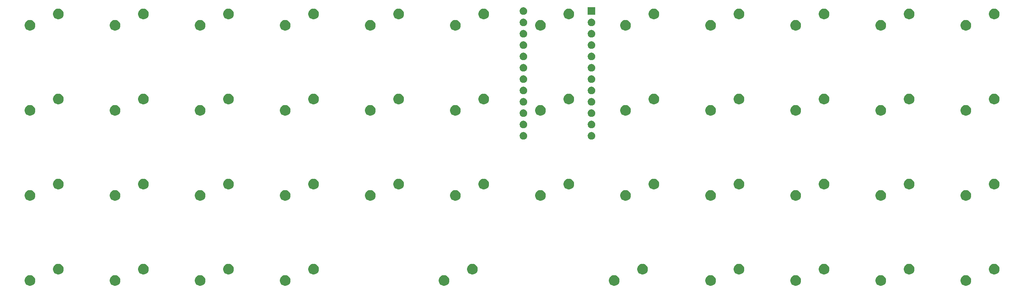
<source format=gbr>
G04 #@! TF.GenerationSoftware,KiCad,Pcbnew,(5.0.1-3-g963ef8bb5)*
G04 #@! TF.CreationDate,2019-04-11T19:17:33+08:00*
G04 #@! TF.ProjectId,keyboard_arduino,6B6579626F6172645F61726475696E6F,a*
G04 #@! TF.SameCoordinates,Original*
G04 #@! TF.FileFunction,Soldermask,Top*
G04 #@! TF.FilePolarity,Negative*
%FSLAX46Y46*%
G04 Gerber Fmt 4.6, Leading zero omitted, Abs format (unit mm)*
G04 Created by KiCad (PCBNEW (5.0.1-3-g963ef8bb5)) date 2019年04月11日 星期四 07:17:33*
%MOMM*%
%LPD*%
G01*
G04 APERTURE LIST*
%ADD10C,0.100000*%
G04 APERTURE END LIST*
D10*
G36*
X252443277Y-97276885D02*
X252660572Y-97366891D01*
X252856131Y-97497560D01*
X253022440Y-97663869D01*
X253153109Y-97859428D01*
X253243115Y-98076723D01*
X253289000Y-98307401D01*
X253289000Y-98542599D01*
X253243115Y-98773277D01*
X253153109Y-98990572D01*
X253022440Y-99186131D01*
X252856131Y-99352440D01*
X252660572Y-99483109D01*
X252443277Y-99573115D01*
X252212599Y-99619000D01*
X251977401Y-99619000D01*
X251746723Y-99573115D01*
X251529428Y-99483109D01*
X251333869Y-99352440D01*
X251167560Y-99186131D01*
X251036891Y-98990572D01*
X250946885Y-98773277D01*
X250901000Y-98542599D01*
X250901000Y-98307401D01*
X250946885Y-98076723D01*
X251036891Y-97859428D01*
X251167560Y-97663869D01*
X251333869Y-97497560D01*
X251529428Y-97366891D01*
X251746723Y-97276885D01*
X251977401Y-97231000D01*
X252212599Y-97231000D01*
X252443277Y-97276885D01*
X252443277Y-97276885D01*
G37*
G36*
X233393277Y-97276885D02*
X233610572Y-97366891D01*
X233806131Y-97497560D01*
X233972440Y-97663869D01*
X234103109Y-97859428D01*
X234193115Y-98076723D01*
X234239000Y-98307401D01*
X234239000Y-98542599D01*
X234193115Y-98773277D01*
X234103109Y-98990572D01*
X233972440Y-99186131D01*
X233806131Y-99352440D01*
X233610572Y-99483109D01*
X233393277Y-99573115D01*
X233162599Y-99619000D01*
X232927401Y-99619000D01*
X232696723Y-99573115D01*
X232479428Y-99483109D01*
X232283869Y-99352440D01*
X232117560Y-99186131D01*
X231986891Y-98990572D01*
X231896885Y-98773277D01*
X231851000Y-98542599D01*
X231851000Y-98307401D01*
X231896885Y-98076723D01*
X231986891Y-97859428D01*
X232117560Y-97663869D01*
X232283869Y-97497560D01*
X232479428Y-97366891D01*
X232696723Y-97276885D01*
X232927401Y-97231000D01*
X233162599Y-97231000D01*
X233393277Y-97276885D01*
X233393277Y-97276885D01*
G37*
G36*
X214343277Y-97276885D02*
X214560572Y-97366891D01*
X214756131Y-97497560D01*
X214922440Y-97663869D01*
X215053109Y-97859428D01*
X215143115Y-98076723D01*
X215189000Y-98307401D01*
X215189000Y-98542599D01*
X215143115Y-98773277D01*
X215053109Y-98990572D01*
X214922440Y-99186131D01*
X214756131Y-99352440D01*
X214560572Y-99483109D01*
X214343277Y-99573115D01*
X214112599Y-99619000D01*
X213877401Y-99619000D01*
X213646723Y-99573115D01*
X213429428Y-99483109D01*
X213233869Y-99352440D01*
X213067560Y-99186131D01*
X212936891Y-98990572D01*
X212846885Y-98773277D01*
X212801000Y-98542599D01*
X212801000Y-98307401D01*
X212846885Y-98076723D01*
X212936891Y-97859428D01*
X213067560Y-97663869D01*
X213233869Y-97497560D01*
X213429428Y-97366891D01*
X213646723Y-97276885D01*
X213877401Y-97231000D01*
X214112599Y-97231000D01*
X214343277Y-97276885D01*
X214343277Y-97276885D01*
G37*
G36*
X195293277Y-97276885D02*
X195510572Y-97366891D01*
X195706131Y-97497560D01*
X195872440Y-97663869D01*
X196003109Y-97859428D01*
X196093115Y-98076723D01*
X196139000Y-98307401D01*
X196139000Y-98542599D01*
X196093115Y-98773277D01*
X196003109Y-98990572D01*
X195872440Y-99186131D01*
X195706131Y-99352440D01*
X195510572Y-99483109D01*
X195293277Y-99573115D01*
X195062599Y-99619000D01*
X194827401Y-99619000D01*
X194596723Y-99573115D01*
X194379428Y-99483109D01*
X194183869Y-99352440D01*
X194017560Y-99186131D01*
X193886891Y-98990572D01*
X193796885Y-98773277D01*
X193751000Y-98542599D01*
X193751000Y-98307401D01*
X193796885Y-98076723D01*
X193886891Y-97859428D01*
X194017560Y-97663869D01*
X194183869Y-97497560D01*
X194379428Y-97366891D01*
X194596723Y-97276885D01*
X194827401Y-97231000D01*
X195062599Y-97231000D01*
X195293277Y-97276885D01*
X195293277Y-97276885D01*
G37*
G36*
X173703277Y-97276885D02*
X173920572Y-97366891D01*
X174116131Y-97497560D01*
X174282440Y-97663869D01*
X174413109Y-97859428D01*
X174503115Y-98076723D01*
X174549000Y-98307401D01*
X174549000Y-98542599D01*
X174503115Y-98773277D01*
X174413109Y-98990572D01*
X174282440Y-99186131D01*
X174116131Y-99352440D01*
X173920572Y-99483109D01*
X173703277Y-99573115D01*
X173472599Y-99619000D01*
X173237401Y-99619000D01*
X173006723Y-99573115D01*
X172789428Y-99483109D01*
X172593869Y-99352440D01*
X172427560Y-99186131D01*
X172296891Y-98990572D01*
X172206885Y-98773277D01*
X172161000Y-98542599D01*
X172161000Y-98307401D01*
X172206885Y-98076723D01*
X172296891Y-97859428D01*
X172427560Y-97663869D01*
X172593869Y-97497560D01*
X172789428Y-97366891D01*
X173006723Y-97276885D01*
X173237401Y-97231000D01*
X173472599Y-97231000D01*
X173703277Y-97276885D01*
X173703277Y-97276885D01*
G37*
G36*
X135603277Y-97276885D02*
X135820572Y-97366891D01*
X136016131Y-97497560D01*
X136182440Y-97663869D01*
X136313109Y-97859428D01*
X136403115Y-98076723D01*
X136449000Y-98307401D01*
X136449000Y-98542599D01*
X136403115Y-98773277D01*
X136313109Y-98990572D01*
X136182440Y-99186131D01*
X136016131Y-99352440D01*
X135820572Y-99483109D01*
X135603277Y-99573115D01*
X135372599Y-99619000D01*
X135137401Y-99619000D01*
X134906723Y-99573115D01*
X134689428Y-99483109D01*
X134493869Y-99352440D01*
X134327560Y-99186131D01*
X134196891Y-98990572D01*
X134106885Y-98773277D01*
X134061000Y-98542599D01*
X134061000Y-98307401D01*
X134106885Y-98076723D01*
X134196891Y-97859428D01*
X134327560Y-97663869D01*
X134493869Y-97497560D01*
X134689428Y-97366891D01*
X134906723Y-97276885D01*
X135137401Y-97231000D01*
X135372599Y-97231000D01*
X135603277Y-97276885D01*
X135603277Y-97276885D01*
G37*
G36*
X100043277Y-97276885D02*
X100260572Y-97366891D01*
X100456131Y-97497560D01*
X100622440Y-97663869D01*
X100753109Y-97859428D01*
X100843115Y-98076723D01*
X100889000Y-98307401D01*
X100889000Y-98542599D01*
X100843115Y-98773277D01*
X100753109Y-98990572D01*
X100622440Y-99186131D01*
X100456131Y-99352440D01*
X100260572Y-99483109D01*
X100043277Y-99573115D01*
X99812599Y-99619000D01*
X99577401Y-99619000D01*
X99346723Y-99573115D01*
X99129428Y-99483109D01*
X98933869Y-99352440D01*
X98767560Y-99186131D01*
X98636891Y-98990572D01*
X98546885Y-98773277D01*
X98501000Y-98542599D01*
X98501000Y-98307401D01*
X98546885Y-98076723D01*
X98636891Y-97859428D01*
X98767560Y-97663869D01*
X98933869Y-97497560D01*
X99129428Y-97366891D01*
X99346723Y-97276885D01*
X99577401Y-97231000D01*
X99812599Y-97231000D01*
X100043277Y-97276885D01*
X100043277Y-97276885D01*
G37*
G36*
X80993277Y-97276885D02*
X81210572Y-97366891D01*
X81406131Y-97497560D01*
X81572440Y-97663869D01*
X81703109Y-97859428D01*
X81793115Y-98076723D01*
X81839000Y-98307401D01*
X81839000Y-98542599D01*
X81793115Y-98773277D01*
X81703109Y-98990572D01*
X81572440Y-99186131D01*
X81406131Y-99352440D01*
X81210572Y-99483109D01*
X80993277Y-99573115D01*
X80762599Y-99619000D01*
X80527401Y-99619000D01*
X80296723Y-99573115D01*
X80079428Y-99483109D01*
X79883869Y-99352440D01*
X79717560Y-99186131D01*
X79586891Y-98990572D01*
X79496885Y-98773277D01*
X79451000Y-98542599D01*
X79451000Y-98307401D01*
X79496885Y-98076723D01*
X79586891Y-97859428D01*
X79717560Y-97663869D01*
X79883869Y-97497560D01*
X80079428Y-97366891D01*
X80296723Y-97276885D01*
X80527401Y-97231000D01*
X80762599Y-97231000D01*
X80993277Y-97276885D01*
X80993277Y-97276885D01*
G37*
G36*
X61943277Y-97276885D02*
X62160572Y-97366891D01*
X62356131Y-97497560D01*
X62522440Y-97663869D01*
X62653109Y-97859428D01*
X62743115Y-98076723D01*
X62789000Y-98307401D01*
X62789000Y-98542599D01*
X62743115Y-98773277D01*
X62653109Y-98990572D01*
X62522440Y-99186131D01*
X62356131Y-99352440D01*
X62160572Y-99483109D01*
X61943277Y-99573115D01*
X61712599Y-99619000D01*
X61477401Y-99619000D01*
X61246723Y-99573115D01*
X61029428Y-99483109D01*
X60833869Y-99352440D01*
X60667560Y-99186131D01*
X60536891Y-98990572D01*
X60446885Y-98773277D01*
X60401000Y-98542599D01*
X60401000Y-98307401D01*
X60446885Y-98076723D01*
X60536891Y-97859428D01*
X60667560Y-97663869D01*
X60833869Y-97497560D01*
X61029428Y-97366891D01*
X61246723Y-97276885D01*
X61477401Y-97231000D01*
X61712599Y-97231000D01*
X61943277Y-97276885D01*
X61943277Y-97276885D01*
G37*
G36*
X42893277Y-97276885D02*
X43110572Y-97366891D01*
X43306131Y-97497560D01*
X43472440Y-97663869D01*
X43603109Y-97859428D01*
X43693115Y-98076723D01*
X43739000Y-98307401D01*
X43739000Y-98542599D01*
X43693115Y-98773277D01*
X43603109Y-98990572D01*
X43472440Y-99186131D01*
X43306131Y-99352440D01*
X43110572Y-99483109D01*
X42893277Y-99573115D01*
X42662599Y-99619000D01*
X42427401Y-99619000D01*
X42196723Y-99573115D01*
X41979428Y-99483109D01*
X41783869Y-99352440D01*
X41617560Y-99186131D01*
X41486891Y-98990572D01*
X41396885Y-98773277D01*
X41351000Y-98542599D01*
X41351000Y-98307401D01*
X41396885Y-98076723D01*
X41486891Y-97859428D01*
X41617560Y-97663869D01*
X41783869Y-97497560D01*
X41979428Y-97366891D01*
X42196723Y-97276885D01*
X42427401Y-97231000D01*
X42662599Y-97231000D01*
X42893277Y-97276885D01*
X42893277Y-97276885D01*
G37*
G36*
X49243277Y-94736885D02*
X49460572Y-94826891D01*
X49656131Y-94957560D01*
X49822440Y-95123869D01*
X49953109Y-95319428D01*
X50043115Y-95536723D01*
X50089000Y-95767401D01*
X50089000Y-96002599D01*
X50043115Y-96233277D01*
X49953109Y-96450572D01*
X49822440Y-96646131D01*
X49656131Y-96812440D01*
X49460572Y-96943109D01*
X49243277Y-97033115D01*
X49012599Y-97079000D01*
X48777401Y-97079000D01*
X48546723Y-97033115D01*
X48329428Y-96943109D01*
X48133869Y-96812440D01*
X47967560Y-96646131D01*
X47836891Y-96450572D01*
X47746885Y-96233277D01*
X47701000Y-96002599D01*
X47701000Y-95767401D01*
X47746885Y-95536723D01*
X47836891Y-95319428D01*
X47967560Y-95123869D01*
X48133869Y-94957560D01*
X48329428Y-94826891D01*
X48546723Y-94736885D01*
X48777401Y-94691000D01*
X49012599Y-94691000D01*
X49243277Y-94736885D01*
X49243277Y-94736885D01*
G37*
G36*
X68293277Y-94736885D02*
X68510572Y-94826891D01*
X68706131Y-94957560D01*
X68872440Y-95123869D01*
X69003109Y-95319428D01*
X69093115Y-95536723D01*
X69139000Y-95767401D01*
X69139000Y-96002599D01*
X69093115Y-96233277D01*
X69003109Y-96450572D01*
X68872440Y-96646131D01*
X68706131Y-96812440D01*
X68510572Y-96943109D01*
X68293277Y-97033115D01*
X68062599Y-97079000D01*
X67827401Y-97079000D01*
X67596723Y-97033115D01*
X67379428Y-96943109D01*
X67183869Y-96812440D01*
X67017560Y-96646131D01*
X66886891Y-96450572D01*
X66796885Y-96233277D01*
X66751000Y-96002599D01*
X66751000Y-95767401D01*
X66796885Y-95536723D01*
X66886891Y-95319428D01*
X67017560Y-95123869D01*
X67183869Y-94957560D01*
X67379428Y-94826891D01*
X67596723Y-94736885D01*
X67827401Y-94691000D01*
X68062599Y-94691000D01*
X68293277Y-94736885D01*
X68293277Y-94736885D01*
G37*
G36*
X87343277Y-94736885D02*
X87560572Y-94826891D01*
X87756131Y-94957560D01*
X87922440Y-95123869D01*
X88053109Y-95319428D01*
X88143115Y-95536723D01*
X88189000Y-95767401D01*
X88189000Y-96002599D01*
X88143115Y-96233277D01*
X88053109Y-96450572D01*
X87922440Y-96646131D01*
X87756131Y-96812440D01*
X87560572Y-96943109D01*
X87343277Y-97033115D01*
X87112599Y-97079000D01*
X86877401Y-97079000D01*
X86646723Y-97033115D01*
X86429428Y-96943109D01*
X86233869Y-96812440D01*
X86067560Y-96646131D01*
X85936891Y-96450572D01*
X85846885Y-96233277D01*
X85801000Y-96002599D01*
X85801000Y-95767401D01*
X85846885Y-95536723D01*
X85936891Y-95319428D01*
X86067560Y-95123869D01*
X86233869Y-94957560D01*
X86429428Y-94826891D01*
X86646723Y-94736885D01*
X86877401Y-94691000D01*
X87112599Y-94691000D01*
X87343277Y-94736885D01*
X87343277Y-94736885D01*
G37*
G36*
X106393277Y-94736885D02*
X106610572Y-94826891D01*
X106806131Y-94957560D01*
X106972440Y-95123869D01*
X107103109Y-95319428D01*
X107193115Y-95536723D01*
X107239000Y-95767401D01*
X107239000Y-96002599D01*
X107193115Y-96233277D01*
X107103109Y-96450572D01*
X106972440Y-96646131D01*
X106806131Y-96812440D01*
X106610572Y-96943109D01*
X106393277Y-97033115D01*
X106162599Y-97079000D01*
X105927401Y-97079000D01*
X105696723Y-97033115D01*
X105479428Y-96943109D01*
X105283869Y-96812440D01*
X105117560Y-96646131D01*
X104986891Y-96450572D01*
X104896885Y-96233277D01*
X104851000Y-96002599D01*
X104851000Y-95767401D01*
X104896885Y-95536723D01*
X104986891Y-95319428D01*
X105117560Y-95123869D01*
X105283869Y-94957560D01*
X105479428Y-94826891D01*
X105696723Y-94736885D01*
X105927401Y-94691000D01*
X106162599Y-94691000D01*
X106393277Y-94736885D01*
X106393277Y-94736885D01*
G37*
G36*
X141953277Y-94736885D02*
X142170572Y-94826891D01*
X142366131Y-94957560D01*
X142532440Y-95123869D01*
X142663109Y-95319428D01*
X142753115Y-95536723D01*
X142799000Y-95767401D01*
X142799000Y-96002599D01*
X142753115Y-96233277D01*
X142663109Y-96450572D01*
X142532440Y-96646131D01*
X142366131Y-96812440D01*
X142170572Y-96943109D01*
X141953277Y-97033115D01*
X141722599Y-97079000D01*
X141487401Y-97079000D01*
X141256723Y-97033115D01*
X141039428Y-96943109D01*
X140843869Y-96812440D01*
X140677560Y-96646131D01*
X140546891Y-96450572D01*
X140456885Y-96233277D01*
X140411000Y-96002599D01*
X140411000Y-95767401D01*
X140456885Y-95536723D01*
X140546891Y-95319428D01*
X140677560Y-95123869D01*
X140843869Y-94957560D01*
X141039428Y-94826891D01*
X141256723Y-94736885D01*
X141487401Y-94691000D01*
X141722599Y-94691000D01*
X141953277Y-94736885D01*
X141953277Y-94736885D01*
G37*
G36*
X180053277Y-94736885D02*
X180270572Y-94826891D01*
X180466131Y-94957560D01*
X180632440Y-95123869D01*
X180763109Y-95319428D01*
X180853115Y-95536723D01*
X180899000Y-95767401D01*
X180899000Y-96002599D01*
X180853115Y-96233277D01*
X180763109Y-96450572D01*
X180632440Y-96646131D01*
X180466131Y-96812440D01*
X180270572Y-96943109D01*
X180053277Y-97033115D01*
X179822599Y-97079000D01*
X179587401Y-97079000D01*
X179356723Y-97033115D01*
X179139428Y-96943109D01*
X178943869Y-96812440D01*
X178777560Y-96646131D01*
X178646891Y-96450572D01*
X178556885Y-96233277D01*
X178511000Y-96002599D01*
X178511000Y-95767401D01*
X178556885Y-95536723D01*
X178646891Y-95319428D01*
X178777560Y-95123869D01*
X178943869Y-94957560D01*
X179139428Y-94826891D01*
X179356723Y-94736885D01*
X179587401Y-94691000D01*
X179822599Y-94691000D01*
X180053277Y-94736885D01*
X180053277Y-94736885D01*
G37*
G36*
X201643277Y-94736885D02*
X201860572Y-94826891D01*
X202056131Y-94957560D01*
X202222440Y-95123869D01*
X202353109Y-95319428D01*
X202443115Y-95536723D01*
X202489000Y-95767401D01*
X202489000Y-96002599D01*
X202443115Y-96233277D01*
X202353109Y-96450572D01*
X202222440Y-96646131D01*
X202056131Y-96812440D01*
X201860572Y-96943109D01*
X201643277Y-97033115D01*
X201412599Y-97079000D01*
X201177401Y-97079000D01*
X200946723Y-97033115D01*
X200729428Y-96943109D01*
X200533869Y-96812440D01*
X200367560Y-96646131D01*
X200236891Y-96450572D01*
X200146885Y-96233277D01*
X200101000Y-96002599D01*
X200101000Y-95767401D01*
X200146885Y-95536723D01*
X200236891Y-95319428D01*
X200367560Y-95123869D01*
X200533869Y-94957560D01*
X200729428Y-94826891D01*
X200946723Y-94736885D01*
X201177401Y-94691000D01*
X201412599Y-94691000D01*
X201643277Y-94736885D01*
X201643277Y-94736885D01*
G37*
G36*
X220693277Y-94736885D02*
X220910572Y-94826891D01*
X221106131Y-94957560D01*
X221272440Y-95123869D01*
X221403109Y-95319428D01*
X221493115Y-95536723D01*
X221539000Y-95767401D01*
X221539000Y-96002599D01*
X221493115Y-96233277D01*
X221403109Y-96450572D01*
X221272440Y-96646131D01*
X221106131Y-96812440D01*
X220910572Y-96943109D01*
X220693277Y-97033115D01*
X220462599Y-97079000D01*
X220227401Y-97079000D01*
X219996723Y-97033115D01*
X219779428Y-96943109D01*
X219583869Y-96812440D01*
X219417560Y-96646131D01*
X219286891Y-96450572D01*
X219196885Y-96233277D01*
X219151000Y-96002599D01*
X219151000Y-95767401D01*
X219196885Y-95536723D01*
X219286891Y-95319428D01*
X219417560Y-95123869D01*
X219583869Y-94957560D01*
X219779428Y-94826891D01*
X219996723Y-94736885D01*
X220227401Y-94691000D01*
X220462599Y-94691000D01*
X220693277Y-94736885D01*
X220693277Y-94736885D01*
G37*
G36*
X239743277Y-94736885D02*
X239960572Y-94826891D01*
X240156131Y-94957560D01*
X240322440Y-95123869D01*
X240453109Y-95319428D01*
X240543115Y-95536723D01*
X240589000Y-95767401D01*
X240589000Y-96002599D01*
X240543115Y-96233277D01*
X240453109Y-96450572D01*
X240322440Y-96646131D01*
X240156131Y-96812440D01*
X239960572Y-96943109D01*
X239743277Y-97033115D01*
X239512599Y-97079000D01*
X239277401Y-97079000D01*
X239046723Y-97033115D01*
X238829428Y-96943109D01*
X238633869Y-96812440D01*
X238467560Y-96646131D01*
X238336891Y-96450572D01*
X238246885Y-96233277D01*
X238201000Y-96002599D01*
X238201000Y-95767401D01*
X238246885Y-95536723D01*
X238336891Y-95319428D01*
X238467560Y-95123869D01*
X238633869Y-94957560D01*
X238829428Y-94826891D01*
X239046723Y-94736885D01*
X239277401Y-94691000D01*
X239512599Y-94691000D01*
X239743277Y-94736885D01*
X239743277Y-94736885D01*
G37*
G36*
X258793277Y-94736885D02*
X259010572Y-94826891D01*
X259206131Y-94957560D01*
X259372440Y-95123869D01*
X259503109Y-95319428D01*
X259593115Y-95536723D01*
X259639000Y-95767401D01*
X259639000Y-96002599D01*
X259593115Y-96233277D01*
X259503109Y-96450572D01*
X259372440Y-96646131D01*
X259206131Y-96812440D01*
X259010572Y-96943109D01*
X258793277Y-97033115D01*
X258562599Y-97079000D01*
X258327401Y-97079000D01*
X258096723Y-97033115D01*
X257879428Y-96943109D01*
X257683869Y-96812440D01*
X257517560Y-96646131D01*
X257386891Y-96450572D01*
X257296885Y-96233277D01*
X257251000Y-96002599D01*
X257251000Y-95767401D01*
X257296885Y-95536723D01*
X257386891Y-95319428D01*
X257517560Y-95123869D01*
X257683869Y-94957560D01*
X257879428Y-94826891D01*
X258096723Y-94736885D01*
X258327401Y-94691000D01*
X258562599Y-94691000D01*
X258793277Y-94736885D01*
X258793277Y-94736885D01*
G37*
G36*
X252443277Y-78226885D02*
X252660572Y-78316891D01*
X252856131Y-78447560D01*
X253022440Y-78613869D01*
X253153109Y-78809428D01*
X253243115Y-79026723D01*
X253289000Y-79257401D01*
X253289000Y-79492599D01*
X253243115Y-79723277D01*
X253153109Y-79940572D01*
X253022440Y-80136131D01*
X252856131Y-80302440D01*
X252660572Y-80433109D01*
X252443277Y-80523115D01*
X252212599Y-80569000D01*
X251977401Y-80569000D01*
X251746723Y-80523115D01*
X251529428Y-80433109D01*
X251333869Y-80302440D01*
X251167560Y-80136131D01*
X251036891Y-79940572D01*
X250946885Y-79723277D01*
X250901000Y-79492599D01*
X250901000Y-79257401D01*
X250946885Y-79026723D01*
X251036891Y-78809428D01*
X251167560Y-78613869D01*
X251333869Y-78447560D01*
X251529428Y-78316891D01*
X251746723Y-78226885D01*
X251977401Y-78181000D01*
X252212599Y-78181000D01*
X252443277Y-78226885D01*
X252443277Y-78226885D01*
G37*
G36*
X157193277Y-78226885D02*
X157410572Y-78316891D01*
X157606131Y-78447560D01*
X157772440Y-78613869D01*
X157903109Y-78809428D01*
X157993115Y-79026723D01*
X158039000Y-79257401D01*
X158039000Y-79492599D01*
X157993115Y-79723277D01*
X157903109Y-79940572D01*
X157772440Y-80136131D01*
X157606131Y-80302440D01*
X157410572Y-80433109D01*
X157193277Y-80523115D01*
X156962599Y-80569000D01*
X156727401Y-80569000D01*
X156496723Y-80523115D01*
X156279428Y-80433109D01*
X156083869Y-80302440D01*
X155917560Y-80136131D01*
X155786891Y-79940572D01*
X155696885Y-79723277D01*
X155651000Y-79492599D01*
X155651000Y-79257401D01*
X155696885Y-79026723D01*
X155786891Y-78809428D01*
X155917560Y-78613869D01*
X156083869Y-78447560D01*
X156279428Y-78316891D01*
X156496723Y-78226885D01*
X156727401Y-78181000D01*
X156962599Y-78181000D01*
X157193277Y-78226885D01*
X157193277Y-78226885D01*
G37*
G36*
X42893277Y-78226885D02*
X43110572Y-78316891D01*
X43306131Y-78447560D01*
X43472440Y-78613869D01*
X43603109Y-78809428D01*
X43693115Y-79026723D01*
X43739000Y-79257401D01*
X43739000Y-79492599D01*
X43693115Y-79723277D01*
X43603109Y-79940572D01*
X43472440Y-80136131D01*
X43306131Y-80302440D01*
X43110572Y-80433109D01*
X42893277Y-80523115D01*
X42662599Y-80569000D01*
X42427401Y-80569000D01*
X42196723Y-80523115D01*
X41979428Y-80433109D01*
X41783869Y-80302440D01*
X41617560Y-80136131D01*
X41486891Y-79940572D01*
X41396885Y-79723277D01*
X41351000Y-79492599D01*
X41351000Y-79257401D01*
X41396885Y-79026723D01*
X41486891Y-78809428D01*
X41617560Y-78613869D01*
X41783869Y-78447560D01*
X41979428Y-78316891D01*
X42196723Y-78226885D01*
X42427401Y-78181000D01*
X42662599Y-78181000D01*
X42893277Y-78226885D01*
X42893277Y-78226885D01*
G37*
G36*
X61943277Y-78226885D02*
X62160572Y-78316891D01*
X62356131Y-78447560D01*
X62522440Y-78613869D01*
X62653109Y-78809428D01*
X62743115Y-79026723D01*
X62789000Y-79257401D01*
X62789000Y-79492599D01*
X62743115Y-79723277D01*
X62653109Y-79940572D01*
X62522440Y-80136131D01*
X62356131Y-80302440D01*
X62160572Y-80433109D01*
X61943277Y-80523115D01*
X61712599Y-80569000D01*
X61477401Y-80569000D01*
X61246723Y-80523115D01*
X61029428Y-80433109D01*
X60833869Y-80302440D01*
X60667560Y-80136131D01*
X60536891Y-79940572D01*
X60446885Y-79723277D01*
X60401000Y-79492599D01*
X60401000Y-79257401D01*
X60446885Y-79026723D01*
X60536891Y-78809428D01*
X60667560Y-78613869D01*
X60833869Y-78447560D01*
X61029428Y-78316891D01*
X61246723Y-78226885D01*
X61477401Y-78181000D01*
X61712599Y-78181000D01*
X61943277Y-78226885D01*
X61943277Y-78226885D01*
G37*
G36*
X80993277Y-78226885D02*
X81210572Y-78316891D01*
X81406131Y-78447560D01*
X81572440Y-78613869D01*
X81703109Y-78809428D01*
X81793115Y-79026723D01*
X81839000Y-79257401D01*
X81839000Y-79492599D01*
X81793115Y-79723277D01*
X81703109Y-79940572D01*
X81572440Y-80136131D01*
X81406131Y-80302440D01*
X81210572Y-80433109D01*
X80993277Y-80523115D01*
X80762599Y-80569000D01*
X80527401Y-80569000D01*
X80296723Y-80523115D01*
X80079428Y-80433109D01*
X79883869Y-80302440D01*
X79717560Y-80136131D01*
X79586891Y-79940572D01*
X79496885Y-79723277D01*
X79451000Y-79492599D01*
X79451000Y-79257401D01*
X79496885Y-79026723D01*
X79586891Y-78809428D01*
X79717560Y-78613869D01*
X79883869Y-78447560D01*
X80079428Y-78316891D01*
X80296723Y-78226885D01*
X80527401Y-78181000D01*
X80762599Y-78181000D01*
X80993277Y-78226885D01*
X80993277Y-78226885D01*
G37*
G36*
X100043277Y-78226885D02*
X100260572Y-78316891D01*
X100456131Y-78447560D01*
X100622440Y-78613869D01*
X100753109Y-78809428D01*
X100843115Y-79026723D01*
X100889000Y-79257401D01*
X100889000Y-79492599D01*
X100843115Y-79723277D01*
X100753109Y-79940572D01*
X100622440Y-80136131D01*
X100456131Y-80302440D01*
X100260572Y-80433109D01*
X100043277Y-80523115D01*
X99812599Y-80569000D01*
X99577401Y-80569000D01*
X99346723Y-80523115D01*
X99129428Y-80433109D01*
X98933869Y-80302440D01*
X98767560Y-80136131D01*
X98636891Y-79940572D01*
X98546885Y-79723277D01*
X98501000Y-79492599D01*
X98501000Y-79257401D01*
X98546885Y-79026723D01*
X98636891Y-78809428D01*
X98767560Y-78613869D01*
X98933869Y-78447560D01*
X99129428Y-78316891D01*
X99346723Y-78226885D01*
X99577401Y-78181000D01*
X99812599Y-78181000D01*
X100043277Y-78226885D01*
X100043277Y-78226885D01*
G37*
G36*
X119093277Y-78226885D02*
X119310572Y-78316891D01*
X119506131Y-78447560D01*
X119672440Y-78613869D01*
X119803109Y-78809428D01*
X119893115Y-79026723D01*
X119939000Y-79257401D01*
X119939000Y-79492599D01*
X119893115Y-79723277D01*
X119803109Y-79940572D01*
X119672440Y-80136131D01*
X119506131Y-80302440D01*
X119310572Y-80433109D01*
X119093277Y-80523115D01*
X118862599Y-80569000D01*
X118627401Y-80569000D01*
X118396723Y-80523115D01*
X118179428Y-80433109D01*
X117983869Y-80302440D01*
X117817560Y-80136131D01*
X117686891Y-79940572D01*
X117596885Y-79723277D01*
X117551000Y-79492599D01*
X117551000Y-79257401D01*
X117596885Y-79026723D01*
X117686891Y-78809428D01*
X117817560Y-78613869D01*
X117983869Y-78447560D01*
X118179428Y-78316891D01*
X118396723Y-78226885D01*
X118627401Y-78181000D01*
X118862599Y-78181000D01*
X119093277Y-78226885D01*
X119093277Y-78226885D01*
G37*
G36*
X138143277Y-78226885D02*
X138360572Y-78316891D01*
X138556131Y-78447560D01*
X138722440Y-78613869D01*
X138853109Y-78809428D01*
X138943115Y-79026723D01*
X138989000Y-79257401D01*
X138989000Y-79492599D01*
X138943115Y-79723277D01*
X138853109Y-79940572D01*
X138722440Y-80136131D01*
X138556131Y-80302440D01*
X138360572Y-80433109D01*
X138143277Y-80523115D01*
X137912599Y-80569000D01*
X137677401Y-80569000D01*
X137446723Y-80523115D01*
X137229428Y-80433109D01*
X137033869Y-80302440D01*
X136867560Y-80136131D01*
X136736891Y-79940572D01*
X136646885Y-79723277D01*
X136601000Y-79492599D01*
X136601000Y-79257401D01*
X136646885Y-79026723D01*
X136736891Y-78809428D01*
X136867560Y-78613869D01*
X137033869Y-78447560D01*
X137229428Y-78316891D01*
X137446723Y-78226885D01*
X137677401Y-78181000D01*
X137912599Y-78181000D01*
X138143277Y-78226885D01*
X138143277Y-78226885D01*
G37*
G36*
X176243277Y-78226885D02*
X176460572Y-78316891D01*
X176656131Y-78447560D01*
X176822440Y-78613869D01*
X176953109Y-78809428D01*
X177043115Y-79026723D01*
X177089000Y-79257401D01*
X177089000Y-79492599D01*
X177043115Y-79723277D01*
X176953109Y-79940572D01*
X176822440Y-80136131D01*
X176656131Y-80302440D01*
X176460572Y-80433109D01*
X176243277Y-80523115D01*
X176012599Y-80569000D01*
X175777401Y-80569000D01*
X175546723Y-80523115D01*
X175329428Y-80433109D01*
X175133869Y-80302440D01*
X174967560Y-80136131D01*
X174836891Y-79940572D01*
X174746885Y-79723277D01*
X174701000Y-79492599D01*
X174701000Y-79257401D01*
X174746885Y-79026723D01*
X174836891Y-78809428D01*
X174967560Y-78613869D01*
X175133869Y-78447560D01*
X175329428Y-78316891D01*
X175546723Y-78226885D01*
X175777401Y-78181000D01*
X176012599Y-78181000D01*
X176243277Y-78226885D01*
X176243277Y-78226885D01*
G37*
G36*
X195293277Y-78226885D02*
X195510572Y-78316891D01*
X195706131Y-78447560D01*
X195872440Y-78613869D01*
X196003109Y-78809428D01*
X196093115Y-79026723D01*
X196139000Y-79257401D01*
X196139000Y-79492599D01*
X196093115Y-79723277D01*
X196003109Y-79940572D01*
X195872440Y-80136131D01*
X195706131Y-80302440D01*
X195510572Y-80433109D01*
X195293277Y-80523115D01*
X195062599Y-80569000D01*
X194827401Y-80569000D01*
X194596723Y-80523115D01*
X194379428Y-80433109D01*
X194183869Y-80302440D01*
X194017560Y-80136131D01*
X193886891Y-79940572D01*
X193796885Y-79723277D01*
X193751000Y-79492599D01*
X193751000Y-79257401D01*
X193796885Y-79026723D01*
X193886891Y-78809428D01*
X194017560Y-78613869D01*
X194183869Y-78447560D01*
X194379428Y-78316891D01*
X194596723Y-78226885D01*
X194827401Y-78181000D01*
X195062599Y-78181000D01*
X195293277Y-78226885D01*
X195293277Y-78226885D01*
G37*
G36*
X233393277Y-78226885D02*
X233610572Y-78316891D01*
X233806131Y-78447560D01*
X233972440Y-78613869D01*
X234103109Y-78809428D01*
X234193115Y-79026723D01*
X234239000Y-79257401D01*
X234239000Y-79492599D01*
X234193115Y-79723277D01*
X234103109Y-79940572D01*
X233972440Y-80136131D01*
X233806131Y-80302440D01*
X233610572Y-80433109D01*
X233393277Y-80523115D01*
X233162599Y-80569000D01*
X232927401Y-80569000D01*
X232696723Y-80523115D01*
X232479428Y-80433109D01*
X232283869Y-80302440D01*
X232117560Y-80136131D01*
X231986891Y-79940572D01*
X231896885Y-79723277D01*
X231851000Y-79492599D01*
X231851000Y-79257401D01*
X231896885Y-79026723D01*
X231986891Y-78809428D01*
X232117560Y-78613869D01*
X232283869Y-78447560D01*
X232479428Y-78316891D01*
X232696723Y-78226885D01*
X232927401Y-78181000D01*
X233162599Y-78181000D01*
X233393277Y-78226885D01*
X233393277Y-78226885D01*
G37*
G36*
X214343277Y-78226885D02*
X214560572Y-78316891D01*
X214756131Y-78447560D01*
X214922440Y-78613869D01*
X215053109Y-78809428D01*
X215143115Y-79026723D01*
X215189000Y-79257401D01*
X215189000Y-79492599D01*
X215143115Y-79723277D01*
X215053109Y-79940572D01*
X214922440Y-80136131D01*
X214756131Y-80302440D01*
X214560572Y-80433109D01*
X214343277Y-80523115D01*
X214112599Y-80569000D01*
X213877401Y-80569000D01*
X213646723Y-80523115D01*
X213429428Y-80433109D01*
X213233869Y-80302440D01*
X213067560Y-80136131D01*
X212936891Y-79940572D01*
X212846885Y-79723277D01*
X212801000Y-79492599D01*
X212801000Y-79257401D01*
X212846885Y-79026723D01*
X212936891Y-78809428D01*
X213067560Y-78613869D01*
X213233869Y-78447560D01*
X213429428Y-78316891D01*
X213646723Y-78226885D01*
X213877401Y-78181000D01*
X214112599Y-78181000D01*
X214343277Y-78226885D01*
X214343277Y-78226885D01*
G37*
G36*
X258793277Y-75686885D02*
X259010572Y-75776891D01*
X259206131Y-75907560D01*
X259372440Y-76073869D01*
X259503109Y-76269428D01*
X259593115Y-76486723D01*
X259639000Y-76717401D01*
X259639000Y-76952599D01*
X259593115Y-77183277D01*
X259503109Y-77400572D01*
X259372440Y-77596131D01*
X259206131Y-77762440D01*
X259010572Y-77893109D01*
X258793277Y-77983115D01*
X258562599Y-78029000D01*
X258327401Y-78029000D01*
X258096723Y-77983115D01*
X257879428Y-77893109D01*
X257683869Y-77762440D01*
X257517560Y-77596131D01*
X257386891Y-77400572D01*
X257296885Y-77183277D01*
X257251000Y-76952599D01*
X257251000Y-76717401D01*
X257296885Y-76486723D01*
X257386891Y-76269428D01*
X257517560Y-76073869D01*
X257683869Y-75907560D01*
X257879428Y-75776891D01*
X258096723Y-75686885D01*
X258327401Y-75641000D01*
X258562599Y-75641000D01*
X258793277Y-75686885D01*
X258793277Y-75686885D01*
G37*
G36*
X239743277Y-75686885D02*
X239960572Y-75776891D01*
X240156131Y-75907560D01*
X240322440Y-76073869D01*
X240453109Y-76269428D01*
X240543115Y-76486723D01*
X240589000Y-76717401D01*
X240589000Y-76952599D01*
X240543115Y-77183277D01*
X240453109Y-77400572D01*
X240322440Y-77596131D01*
X240156131Y-77762440D01*
X239960572Y-77893109D01*
X239743277Y-77983115D01*
X239512599Y-78029000D01*
X239277401Y-78029000D01*
X239046723Y-77983115D01*
X238829428Y-77893109D01*
X238633869Y-77762440D01*
X238467560Y-77596131D01*
X238336891Y-77400572D01*
X238246885Y-77183277D01*
X238201000Y-76952599D01*
X238201000Y-76717401D01*
X238246885Y-76486723D01*
X238336891Y-76269428D01*
X238467560Y-76073869D01*
X238633869Y-75907560D01*
X238829428Y-75776891D01*
X239046723Y-75686885D01*
X239277401Y-75641000D01*
X239512599Y-75641000D01*
X239743277Y-75686885D01*
X239743277Y-75686885D01*
G37*
G36*
X220693277Y-75686885D02*
X220910572Y-75776891D01*
X221106131Y-75907560D01*
X221272440Y-76073869D01*
X221403109Y-76269428D01*
X221493115Y-76486723D01*
X221539000Y-76717401D01*
X221539000Y-76952599D01*
X221493115Y-77183277D01*
X221403109Y-77400572D01*
X221272440Y-77596131D01*
X221106131Y-77762440D01*
X220910572Y-77893109D01*
X220693277Y-77983115D01*
X220462599Y-78029000D01*
X220227401Y-78029000D01*
X219996723Y-77983115D01*
X219779428Y-77893109D01*
X219583869Y-77762440D01*
X219417560Y-77596131D01*
X219286891Y-77400572D01*
X219196885Y-77183277D01*
X219151000Y-76952599D01*
X219151000Y-76717401D01*
X219196885Y-76486723D01*
X219286891Y-76269428D01*
X219417560Y-76073869D01*
X219583869Y-75907560D01*
X219779428Y-75776891D01*
X219996723Y-75686885D01*
X220227401Y-75641000D01*
X220462599Y-75641000D01*
X220693277Y-75686885D01*
X220693277Y-75686885D01*
G37*
G36*
X106393277Y-75686885D02*
X106610572Y-75776891D01*
X106806131Y-75907560D01*
X106972440Y-76073869D01*
X107103109Y-76269428D01*
X107193115Y-76486723D01*
X107239000Y-76717401D01*
X107239000Y-76952599D01*
X107193115Y-77183277D01*
X107103109Y-77400572D01*
X106972440Y-77596131D01*
X106806131Y-77762440D01*
X106610572Y-77893109D01*
X106393277Y-77983115D01*
X106162599Y-78029000D01*
X105927401Y-78029000D01*
X105696723Y-77983115D01*
X105479428Y-77893109D01*
X105283869Y-77762440D01*
X105117560Y-77596131D01*
X104986891Y-77400572D01*
X104896885Y-77183277D01*
X104851000Y-76952599D01*
X104851000Y-76717401D01*
X104896885Y-76486723D01*
X104986891Y-76269428D01*
X105117560Y-76073869D01*
X105283869Y-75907560D01*
X105479428Y-75776891D01*
X105696723Y-75686885D01*
X105927401Y-75641000D01*
X106162599Y-75641000D01*
X106393277Y-75686885D01*
X106393277Y-75686885D01*
G37*
G36*
X87343277Y-75686885D02*
X87560572Y-75776891D01*
X87756131Y-75907560D01*
X87922440Y-76073869D01*
X88053109Y-76269428D01*
X88143115Y-76486723D01*
X88189000Y-76717401D01*
X88189000Y-76952599D01*
X88143115Y-77183277D01*
X88053109Y-77400572D01*
X87922440Y-77596131D01*
X87756131Y-77762440D01*
X87560572Y-77893109D01*
X87343277Y-77983115D01*
X87112599Y-78029000D01*
X86877401Y-78029000D01*
X86646723Y-77983115D01*
X86429428Y-77893109D01*
X86233869Y-77762440D01*
X86067560Y-77596131D01*
X85936891Y-77400572D01*
X85846885Y-77183277D01*
X85801000Y-76952599D01*
X85801000Y-76717401D01*
X85846885Y-76486723D01*
X85936891Y-76269428D01*
X86067560Y-76073869D01*
X86233869Y-75907560D01*
X86429428Y-75776891D01*
X86646723Y-75686885D01*
X86877401Y-75641000D01*
X87112599Y-75641000D01*
X87343277Y-75686885D01*
X87343277Y-75686885D01*
G37*
G36*
X201643277Y-75686885D02*
X201860572Y-75776891D01*
X202056131Y-75907560D01*
X202222440Y-76073869D01*
X202353109Y-76269428D01*
X202443115Y-76486723D01*
X202489000Y-76717401D01*
X202489000Y-76952599D01*
X202443115Y-77183277D01*
X202353109Y-77400572D01*
X202222440Y-77596131D01*
X202056131Y-77762440D01*
X201860572Y-77893109D01*
X201643277Y-77983115D01*
X201412599Y-78029000D01*
X201177401Y-78029000D01*
X200946723Y-77983115D01*
X200729428Y-77893109D01*
X200533869Y-77762440D01*
X200367560Y-77596131D01*
X200236891Y-77400572D01*
X200146885Y-77183277D01*
X200101000Y-76952599D01*
X200101000Y-76717401D01*
X200146885Y-76486723D01*
X200236891Y-76269428D01*
X200367560Y-76073869D01*
X200533869Y-75907560D01*
X200729428Y-75776891D01*
X200946723Y-75686885D01*
X201177401Y-75641000D01*
X201412599Y-75641000D01*
X201643277Y-75686885D01*
X201643277Y-75686885D01*
G37*
G36*
X182593277Y-75686885D02*
X182810572Y-75776891D01*
X183006131Y-75907560D01*
X183172440Y-76073869D01*
X183303109Y-76269428D01*
X183393115Y-76486723D01*
X183439000Y-76717401D01*
X183439000Y-76952599D01*
X183393115Y-77183277D01*
X183303109Y-77400572D01*
X183172440Y-77596131D01*
X183006131Y-77762440D01*
X182810572Y-77893109D01*
X182593277Y-77983115D01*
X182362599Y-78029000D01*
X182127401Y-78029000D01*
X181896723Y-77983115D01*
X181679428Y-77893109D01*
X181483869Y-77762440D01*
X181317560Y-77596131D01*
X181186891Y-77400572D01*
X181096885Y-77183277D01*
X181051000Y-76952599D01*
X181051000Y-76717401D01*
X181096885Y-76486723D01*
X181186891Y-76269428D01*
X181317560Y-76073869D01*
X181483869Y-75907560D01*
X181679428Y-75776891D01*
X181896723Y-75686885D01*
X182127401Y-75641000D01*
X182362599Y-75641000D01*
X182593277Y-75686885D01*
X182593277Y-75686885D01*
G37*
G36*
X163543277Y-75686885D02*
X163760572Y-75776891D01*
X163956131Y-75907560D01*
X164122440Y-76073869D01*
X164253109Y-76269428D01*
X164343115Y-76486723D01*
X164389000Y-76717401D01*
X164389000Y-76952599D01*
X164343115Y-77183277D01*
X164253109Y-77400572D01*
X164122440Y-77596131D01*
X163956131Y-77762440D01*
X163760572Y-77893109D01*
X163543277Y-77983115D01*
X163312599Y-78029000D01*
X163077401Y-78029000D01*
X162846723Y-77983115D01*
X162629428Y-77893109D01*
X162433869Y-77762440D01*
X162267560Y-77596131D01*
X162136891Y-77400572D01*
X162046885Y-77183277D01*
X162001000Y-76952599D01*
X162001000Y-76717401D01*
X162046885Y-76486723D01*
X162136891Y-76269428D01*
X162267560Y-76073869D01*
X162433869Y-75907560D01*
X162629428Y-75776891D01*
X162846723Y-75686885D01*
X163077401Y-75641000D01*
X163312599Y-75641000D01*
X163543277Y-75686885D01*
X163543277Y-75686885D01*
G37*
G36*
X144493277Y-75686885D02*
X144710572Y-75776891D01*
X144906131Y-75907560D01*
X145072440Y-76073869D01*
X145203109Y-76269428D01*
X145293115Y-76486723D01*
X145339000Y-76717401D01*
X145339000Y-76952599D01*
X145293115Y-77183277D01*
X145203109Y-77400572D01*
X145072440Y-77596131D01*
X144906131Y-77762440D01*
X144710572Y-77893109D01*
X144493277Y-77983115D01*
X144262599Y-78029000D01*
X144027401Y-78029000D01*
X143796723Y-77983115D01*
X143579428Y-77893109D01*
X143383869Y-77762440D01*
X143217560Y-77596131D01*
X143086891Y-77400572D01*
X142996885Y-77183277D01*
X142951000Y-76952599D01*
X142951000Y-76717401D01*
X142996885Y-76486723D01*
X143086891Y-76269428D01*
X143217560Y-76073869D01*
X143383869Y-75907560D01*
X143579428Y-75776891D01*
X143796723Y-75686885D01*
X144027401Y-75641000D01*
X144262599Y-75641000D01*
X144493277Y-75686885D01*
X144493277Y-75686885D01*
G37*
G36*
X125443277Y-75686885D02*
X125660572Y-75776891D01*
X125856131Y-75907560D01*
X126022440Y-76073869D01*
X126153109Y-76269428D01*
X126243115Y-76486723D01*
X126289000Y-76717401D01*
X126289000Y-76952599D01*
X126243115Y-77183277D01*
X126153109Y-77400572D01*
X126022440Y-77596131D01*
X125856131Y-77762440D01*
X125660572Y-77893109D01*
X125443277Y-77983115D01*
X125212599Y-78029000D01*
X124977401Y-78029000D01*
X124746723Y-77983115D01*
X124529428Y-77893109D01*
X124333869Y-77762440D01*
X124167560Y-77596131D01*
X124036891Y-77400572D01*
X123946885Y-77183277D01*
X123901000Y-76952599D01*
X123901000Y-76717401D01*
X123946885Y-76486723D01*
X124036891Y-76269428D01*
X124167560Y-76073869D01*
X124333869Y-75907560D01*
X124529428Y-75776891D01*
X124746723Y-75686885D01*
X124977401Y-75641000D01*
X125212599Y-75641000D01*
X125443277Y-75686885D01*
X125443277Y-75686885D01*
G37*
G36*
X49243277Y-75686885D02*
X49460572Y-75776891D01*
X49656131Y-75907560D01*
X49822440Y-76073869D01*
X49953109Y-76269428D01*
X50043115Y-76486723D01*
X50089000Y-76717401D01*
X50089000Y-76952599D01*
X50043115Y-77183277D01*
X49953109Y-77400572D01*
X49822440Y-77596131D01*
X49656131Y-77762440D01*
X49460572Y-77893109D01*
X49243277Y-77983115D01*
X49012599Y-78029000D01*
X48777401Y-78029000D01*
X48546723Y-77983115D01*
X48329428Y-77893109D01*
X48133869Y-77762440D01*
X47967560Y-77596131D01*
X47836891Y-77400572D01*
X47746885Y-77183277D01*
X47701000Y-76952599D01*
X47701000Y-76717401D01*
X47746885Y-76486723D01*
X47836891Y-76269428D01*
X47967560Y-76073869D01*
X48133869Y-75907560D01*
X48329428Y-75776891D01*
X48546723Y-75686885D01*
X48777401Y-75641000D01*
X49012599Y-75641000D01*
X49243277Y-75686885D01*
X49243277Y-75686885D01*
G37*
G36*
X68293277Y-75686885D02*
X68510572Y-75776891D01*
X68706131Y-75907560D01*
X68872440Y-76073869D01*
X69003109Y-76269428D01*
X69093115Y-76486723D01*
X69139000Y-76717401D01*
X69139000Y-76952599D01*
X69093115Y-77183277D01*
X69003109Y-77400572D01*
X68872440Y-77596131D01*
X68706131Y-77762440D01*
X68510572Y-77893109D01*
X68293277Y-77983115D01*
X68062599Y-78029000D01*
X67827401Y-78029000D01*
X67596723Y-77983115D01*
X67379428Y-77893109D01*
X67183869Y-77762440D01*
X67017560Y-77596131D01*
X66886891Y-77400572D01*
X66796885Y-77183277D01*
X66751000Y-76952599D01*
X66751000Y-76717401D01*
X66796885Y-76486723D01*
X66886891Y-76269428D01*
X67017560Y-76073869D01*
X67183869Y-75907560D01*
X67379428Y-75776891D01*
X67596723Y-75686885D01*
X67827401Y-75641000D01*
X68062599Y-75641000D01*
X68293277Y-75686885D01*
X68293277Y-75686885D01*
G37*
G36*
X168523228Y-65221703D02*
X168678100Y-65285853D01*
X168817481Y-65378985D01*
X168936015Y-65497519D01*
X169029147Y-65636900D01*
X169093297Y-65791772D01*
X169126000Y-65956184D01*
X169126000Y-66123816D01*
X169093297Y-66288228D01*
X169029147Y-66443100D01*
X168936015Y-66582481D01*
X168817481Y-66701015D01*
X168678100Y-66794147D01*
X168523228Y-66858297D01*
X168358816Y-66891000D01*
X168191184Y-66891000D01*
X168026772Y-66858297D01*
X167871900Y-66794147D01*
X167732519Y-66701015D01*
X167613985Y-66582481D01*
X167520853Y-66443100D01*
X167456703Y-66288228D01*
X167424000Y-66123816D01*
X167424000Y-65956184D01*
X167456703Y-65791772D01*
X167520853Y-65636900D01*
X167613985Y-65497519D01*
X167732519Y-65378985D01*
X167871900Y-65285853D01*
X168026772Y-65221703D01*
X168191184Y-65189000D01*
X168358816Y-65189000D01*
X168523228Y-65221703D01*
X168523228Y-65221703D01*
G37*
G36*
X153283228Y-65221703D02*
X153438100Y-65285853D01*
X153577481Y-65378985D01*
X153696015Y-65497519D01*
X153789147Y-65636900D01*
X153853297Y-65791772D01*
X153886000Y-65956184D01*
X153886000Y-66123816D01*
X153853297Y-66288228D01*
X153789147Y-66443100D01*
X153696015Y-66582481D01*
X153577481Y-66701015D01*
X153438100Y-66794147D01*
X153283228Y-66858297D01*
X153118816Y-66891000D01*
X152951184Y-66891000D01*
X152786772Y-66858297D01*
X152631900Y-66794147D01*
X152492519Y-66701015D01*
X152373985Y-66582481D01*
X152280853Y-66443100D01*
X152216703Y-66288228D01*
X152184000Y-66123816D01*
X152184000Y-65956184D01*
X152216703Y-65791772D01*
X152280853Y-65636900D01*
X152373985Y-65497519D01*
X152492519Y-65378985D01*
X152631900Y-65285853D01*
X152786772Y-65221703D01*
X152951184Y-65189000D01*
X153118816Y-65189000D01*
X153283228Y-65221703D01*
X153283228Y-65221703D01*
G37*
G36*
X168523228Y-62681703D02*
X168678100Y-62745853D01*
X168817481Y-62838985D01*
X168936015Y-62957519D01*
X169029147Y-63096900D01*
X169093297Y-63251772D01*
X169126000Y-63416184D01*
X169126000Y-63583816D01*
X169093297Y-63748228D01*
X169029147Y-63903100D01*
X168936015Y-64042481D01*
X168817481Y-64161015D01*
X168678100Y-64254147D01*
X168523228Y-64318297D01*
X168358816Y-64351000D01*
X168191184Y-64351000D01*
X168026772Y-64318297D01*
X167871900Y-64254147D01*
X167732519Y-64161015D01*
X167613985Y-64042481D01*
X167520853Y-63903100D01*
X167456703Y-63748228D01*
X167424000Y-63583816D01*
X167424000Y-63416184D01*
X167456703Y-63251772D01*
X167520853Y-63096900D01*
X167613985Y-62957519D01*
X167732519Y-62838985D01*
X167871900Y-62745853D01*
X168026772Y-62681703D01*
X168191184Y-62649000D01*
X168358816Y-62649000D01*
X168523228Y-62681703D01*
X168523228Y-62681703D01*
G37*
G36*
X153283228Y-62681703D02*
X153438100Y-62745853D01*
X153577481Y-62838985D01*
X153696015Y-62957519D01*
X153789147Y-63096900D01*
X153853297Y-63251772D01*
X153886000Y-63416184D01*
X153886000Y-63583816D01*
X153853297Y-63748228D01*
X153789147Y-63903100D01*
X153696015Y-64042481D01*
X153577481Y-64161015D01*
X153438100Y-64254147D01*
X153283228Y-64318297D01*
X153118816Y-64351000D01*
X152951184Y-64351000D01*
X152786772Y-64318297D01*
X152631900Y-64254147D01*
X152492519Y-64161015D01*
X152373985Y-64042481D01*
X152280853Y-63903100D01*
X152216703Y-63748228D01*
X152184000Y-63583816D01*
X152184000Y-63416184D01*
X152216703Y-63251772D01*
X152280853Y-63096900D01*
X152373985Y-62957519D01*
X152492519Y-62838985D01*
X152631900Y-62745853D01*
X152786772Y-62681703D01*
X152951184Y-62649000D01*
X153118816Y-62649000D01*
X153283228Y-62681703D01*
X153283228Y-62681703D01*
G37*
G36*
X168523228Y-60141703D02*
X168678100Y-60205853D01*
X168817481Y-60298985D01*
X168936015Y-60417519D01*
X169029147Y-60556900D01*
X169093297Y-60711772D01*
X169126000Y-60876184D01*
X169126000Y-61043816D01*
X169093297Y-61208228D01*
X169029147Y-61363100D01*
X168936015Y-61502481D01*
X168817481Y-61621015D01*
X168678100Y-61714147D01*
X168523228Y-61778297D01*
X168358816Y-61811000D01*
X168191184Y-61811000D01*
X168026772Y-61778297D01*
X167871900Y-61714147D01*
X167732519Y-61621015D01*
X167613985Y-61502481D01*
X167520853Y-61363100D01*
X167456703Y-61208228D01*
X167424000Y-61043816D01*
X167424000Y-60876184D01*
X167456703Y-60711772D01*
X167520853Y-60556900D01*
X167613985Y-60417519D01*
X167732519Y-60298985D01*
X167871900Y-60205853D01*
X168026772Y-60141703D01*
X168191184Y-60109000D01*
X168358816Y-60109000D01*
X168523228Y-60141703D01*
X168523228Y-60141703D01*
G37*
G36*
X153283228Y-60141703D02*
X153438100Y-60205853D01*
X153577481Y-60298985D01*
X153696015Y-60417519D01*
X153789147Y-60556900D01*
X153853297Y-60711772D01*
X153886000Y-60876184D01*
X153886000Y-61043816D01*
X153853297Y-61208228D01*
X153789147Y-61363100D01*
X153696015Y-61502481D01*
X153577481Y-61621015D01*
X153438100Y-61714147D01*
X153283228Y-61778297D01*
X153118816Y-61811000D01*
X152951184Y-61811000D01*
X152786772Y-61778297D01*
X152631900Y-61714147D01*
X152492519Y-61621015D01*
X152373985Y-61502481D01*
X152280853Y-61363100D01*
X152216703Y-61208228D01*
X152184000Y-61043816D01*
X152184000Y-60876184D01*
X152216703Y-60711772D01*
X152280853Y-60556900D01*
X152373985Y-60417519D01*
X152492519Y-60298985D01*
X152631900Y-60205853D01*
X152786772Y-60141703D01*
X152951184Y-60109000D01*
X153118816Y-60109000D01*
X153283228Y-60141703D01*
X153283228Y-60141703D01*
G37*
G36*
X138143277Y-59176885D02*
X138360572Y-59266891D01*
X138556131Y-59397560D01*
X138722440Y-59563869D01*
X138853109Y-59759428D01*
X138943115Y-59976723D01*
X138989000Y-60207401D01*
X138989000Y-60442599D01*
X138943115Y-60673277D01*
X138853109Y-60890572D01*
X138722440Y-61086131D01*
X138556131Y-61252440D01*
X138360572Y-61383109D01*
X138143277Y-61473115D01*
X137912599Y-61519000D01*
X137677401Y-61519000D01*
X137446723Y-61473115D01*
X137229428Y-61383109D01*
X137033869Y-61252440D01*
X136867560Y-61086131D01*
X136736891Y-60890572D01*
X136646885Y-60673277D01*
X136601000Y-60442599D01*
X136601000Y-60207401D01*
X136646885Y-59976723D01*
X136736891Y-59759428D01*
X136867560Y-59563869D01*
X137033869Y-59397560D01*
X137229428Y-59266891D01*
X137446723Y-59176885D01*
X137677401Y-59131000D01*
X137912599Y-59131000D01*
X138143277Y-59176885D01*
X138143277Y-59176885D01*
G37*
G36*
X100043277Y-59176885D02*
X100260572Y-59266891D01*
X100456131Y-59397560D01*
X100622440Y-59563869D01*
X100753109Y-59759428D01*
X100843115Y-59976723D01*
X100889000Y-60207401D01*
X100889000Y-60442599D01*
X100843115Y-60673277D01*
X100753109Y-60890572D01*
X100622440Y-61086131D01*
X100456131Y-61252440D01*
X100260572Y-61383109D01*
X100043277Y-61473115D01*
X99812599Y-61519000D01*
X99577401Y-61519000D01*
X99346723Y-61473115D01*
X99129428Y-61383109D01*
X98933869Y-61252440D01*
X98767560Y-61086131D01*
X98636891Y-60890572D01*
X98546885Y-60673277D01*
X98501000Y-60442599D01*
X98501000Y-60207401D01*
X98546885Y-59976723D01*
X98636891Y-59759428D01*
X98767560Y-59563869D01*
X98933869Y-59397560D01*
X99129428Y-59266891D01*
X99346723Y-59176885D01*
X99577401Y-59131000D01*
X99812599Y-59131000D01*
X100043277Y-59176885D01*
X100043277Y-59176885D01*
G37*
G36*
X252443277Y-59176885D02*
X252660572Y-59266891D01*
X252856131Y-59397560D01*
X253022440Y-59563869D01*
X253153109Y-59759428D01*
X253243115Y-59976723D01*
X253289000Y-60207401D01*
X253289000Y-60442599D01*
X253243115Y-60673277D01*
X253153109Y-60890572D01*
X253022440Y-61086131D01*
X252856131Y-61252440D01*
X252660572Y-61383109D01*
X252443277Y-61473115D01*
X252212599Y-61519000D01*
X251977401Y-61519000D01*
X251746723Y-61473115D01*
X251529428Y-61383109D01*
X251333869Y-61252440D01*
X251167560Y-61086131D01*
X251036891Y-60890572D01*
X250946885Y-60673277D01*
X250901000Y-60442599D01*
X250901000Y-60207401D01*
X250946885Y-59976723D01*
X251036891Y-59759428D01*
X251167560Y-59563869D01*
X251333869Y-59397560D01*
X251529428Y-59266891D01*
X251746723Y-59176885D01*
X251977401Y-59131000D01*
X252212599Y-59131000D01*
X252443277Y-59176885D01*
X252443277Y-59176885D01*
G37*
G36*
X233393277Y-59176885D02*
X233610572Y-59266891D01*
X233806131Y-59397560D01*
X233972440Y-59563869D01*
X234103109Y-59759428D01*
X234193115Y-59976723D01*
X234239000Y-60207401D01*
X234239000Y-60442599D01*
X234193115Y-60673277D01*
X234103109Y-60890572D01*
X233972440Y-61086131D01*
X233806131Y-61252440D01*
X233610572Y-61383109D01*
X233393277Y-61473115D01*
X233162599Y-61519000D01*
X232927401Y-61519000D01*
X232696723Y-61473115D01*
X232479428Y-61383109D01*
X232283869Y-61252440D01*
X232117560Y-61086131D01*
X231986891Y-60890572D01*
X231896885Y-60673277D01*
X231851000Y-60442599D01*
X231851000Y-60207401D01*
X231896885Y-59976723D01*
X231986891Y-59759428D01*
X232117560Y-59563869D01*
X232283869Y-59397560D01*
X232479428Y-59266891D01*
X232696723Y-59176885D01*
X232927401Y-59131000D01*
X233162599Y-59131000D01*
X233393277Y-59176885D01*
X233393277Y-59176885D01*
G37*
G36*
X214343277Y-59176885D02*
X214560572Y-59266891D01*
X214756131Y-59397560D01*
X214922440Y-59563869D01*
X215053109Y-59759428D01*
X215143115Y-59976723D01*
X215189000Y-60207401D01*
X215189000Y-60442599D01*
X215143115Y-60673277D01*
X215053109Y-60890572D01*
X214922440Y-61086131D01*
X214756131Y-61252440D01*
X214560572Y-61383109D01*
X214343277Y-61473115D01*
X214112599Y-61519000D01*
X213877401Y-61519000D01*
X213646723Y-61473115D01*
X213429428Y-61383109D01*
X213233869Y-61252440D01*
X213067560Y-61086131D01*
X212936891Y-60890572D01*
X212846885Y-60673277D01*
X212801000Y-60442599D01*
X212801000Y-60207401D01*
X212846885Y-59976723D01*
X212936891Y-59759428D01*
X213067560Y-59563869D01*
X213233869Y-59397560D01*
X213429428Y-59266891D01*
X213646723Y-59176885D01*
X213877401Y-59131000D01*
X214112599Y-59131000D01*
X214343277Y-59176885D01*
X214343277Y-59176885D01*
G37*
G36*
X195293277Y-59176885D02*
X195510572Y-59266891D01*
X195706131Y-59397560D01*
X195872440Y-59563869D01*
X196003109Y-59759428D01*
X196093115Y-59976723D01*
X196139000Y-60207401D01*
X196139000Y-60442599D01*
X196093115Y-60673277D01*
X196003109Y-60890572D01*
X195872440Y-61086131D01*
X195706131Y-61252440D01*
X195510572Y-61383109D01*
X195293277Y-61473115D01*
X195062599Y-61519000D01*
X194827401Y-61519000D01*
X194596723Y-61473115D01*
X194379428Y-61383109D01*
X194183869Y-61252440D01*
X194017560Y-61086131D01*
X193886891Y-60890572D01*
X193796885Y-60673277D01*
X193751000Y-60442599D01*
X193751000Y-60207401D01*
X193796885Y-59976723D01*
X193886891Y-59759428D01*
X194017560Y-59563869D01*
X194183869Y-59397560D01*
X194379428Y-59266891D01*
X194596723Y-59176885D01*
X194827401Y-59131000D01*
X195062599Y-59131000D01*
X195293277Y-59176885D01*
X195293277Y-59176885D01*
G37*
G36*
X176243277Y-59176885D02*
X176460572Y-59266891D01*
X176656131Y-59397560D01*
X176822440Y-59563869D01*
X176953109Y-59759428D01*
X177043115Y-59976723D01*
X177089000Y-60207401D01*
X177089000Y-60442599D01*
X177043115Y-60673277D01*
X176953109Y-60890572D01*
X176822440Y-61086131D01*
X176656131Y-61252440D01*
X176460572Y-61383109D01*
X176243277Y-61473115D01*
X176012599Y-61519000D01*
X175777401Y-61519000D01*
X175546723Y-61473115D01*
X175329428Y-61383109D01*
X175133869Y-61252440D01*
X174967560Y-61086131D01*
X174836891Y-60890572D01*
X174746885Y-60673277D01*
X174701000Y-60442599D01*
X174701000Y-60207401D01*
X174746885Y-59976723D01*
X174836891Y-59759428D01*
X174967560Y-59563869D01*
X175133869Y-59397560D01*
X175329428Y-59266891D01*
X175546723Y-59176885D01*
X175777401Y-59131000D01*
X176012599Y-59131000D01*
X176243277Y-59176885D01*
X176243277Y-59176885D01*
G37*
G36*
X157193277Y-59176885D02*
X157410572Y-59266891D01*
X157606131Y-59397560D01*
X157772440Y-59563869D01*
X157903109Y-59759428D01*
X157993115Y-59976723D01*
X158039000Y-60207401D01*
X158039000Y-60442599D01*
X157993115Y-60673277D01*
X157903109Y-60890572D01*
X157772440Y-61086131D01*
X157606131Y-61252440D01*
X157410572Y-61383109D01*
X157193277Y-61473115D01*
X156962599Y-61519000D01*
X156727401Y-61519000D01*
X156496723Y-61473115D01*
X156279428Y-61383109D01*
X156083869Y-61252440D01*
X155917560Y-61086131D01*
X155786891Y-60890572D01*
X155696885Y-60673277D01*
X155651000Y-60442599D01*
X155651000Y-60207401D01*
X155696885Y-59976723D01*
X155786891Y-59759428D01*
X155917560Y-59563869D01*
X156083869Y-59397560D01*
X156279428Y-59266891D01*
X156496723Y-59176885D01*
X156727401Y-59131000D01*
X156962599Y-59131000D01*
X157193277Y-59176885D01*
X157193277Y-59176885D01*
G37*
G36*
X119093277Y-59176885D02*
X119310572Y-59266891D01*
X119506131Y-59397560D01*
X119672440Y-59563869D01*
X119803109Y-59759428D01*
X119893115Y-59976723D01*
X119939000Y-60207401D01*
X119939000Y-60442599D01*
X119893115Y-60673277D01*
X119803109Y-60890572D01*
X119672440Y-61086131D01*
X119506131Y-61252440D01*
X119310572Y-61383109D01*
X119093277Y-61473115D01*
X118862599Y-61519000D01*
X118627401Y-61519000D01*
X118396723Y-61473115D01*
X118179428Y-61383109D01*
X117983869Y-61252440D01*
X117817560Y-61086131D01*
X117686891Y-60890572D01*
X117596885Y-60673277D01*
X117551000Y-60442599D01*
X117551000Y-60207401D01*
X117596885Y-59976723D01*
X117686891Y-59759428D01*
X117817560Y-59563869D01*
X117983869Y-59397560D01*
X118179428Y-59266891D01*
X118396723Y-59176885D01*
X118627401Y-59131000D01*
X118862599Y-59131000D01*
X119093277Y-59176885D01*
X119093277Y-59176885D01*
G37*
G36*
X80993277Y-59176885D02*
X81210572Y-59266891D01*
X81406131Y-59397560D01*
X81572440Y-59563869D01*
X81703109Y-59759428D01*
X81793115Y-59976723D01*
X81839000Y-60207401D01*
X81839000Y-60442599D01*
X81793115Y-60673277D01*
X81703109Y-60890572D01*
X81572440Y-61086131D01*
X81406131Y-61252440D01*
X81210572Y-61383109D01*
X80993277Y-61473115D01*
X80762599Y-61519000D01*
X80527401Y-61519000D01*
X80296723Y-61473115D01*
X80079428Y-61383109D01*
X79883869Y-61252440D01*
X79717560Y-61086131D01*
X79586891Y-60890572D01*
X79496885Y-60673277D01*
X79451000Y-60442599D01*
X79451000Y-60207401D01*
X79496885Y-59976723D01*
X79586891Y-59759428D01*
X79717560Y-59563869D01*
X79883869Y-59397560D01*
X80079428Y-59266891D01*
X80296723Y-59176885D01*
X80527401Y-59131000D01*
X80762599Y-59131000D01*
X80993277Y-59176885D01*
X80993277Y-59176885D01*
G37*
G36*
X61943277Y-59176885D02*
X62160572Y-59266891D01*
X62356131Y-59397560D01*
X62522440Y-59563869D01*
X62653109Y-59759428D01*
X62743115Y-59976723D01*
X62789000Y-60207401D01*
X62789000Y-60442599D01*
X62743115Y-60673277D01*
X62653109Y-60890572D01*
X62522440Y-61086131D01*
X62356131Y-61252440D01*
X62160572Y-61383109D01*
X61943277Y-61473115D01*
X61712599Y-61519000D01*
X61477401Y-61519000D01*
X61246723Y-61473115D01*
X61029428Y-61383109D01*
X60833869Y-61252440D01*
X60667560Y-61086131D01*
X60536891Y-60890572D01*
X60446885Y-60673277D01*
X60401000Y-60442599D01*
X60401000Y-60207401D01*
X60446885Y-59976723D01*
X60536891Y-59759428D01*
X60667560Y-59563869D01*
X60833869Y-59397560D01*
X61029428Y-59266891D01*
X61246723Y-59176885D01*
X61477401Y-59131000D01*
X61712599Y-59131000D01*
X61943277Y-59176885D01*
X61943277Y-59176885D01*
G37*
G36*
X42893277Y-59176885D02*
X43110572Y-59266891D01*
X43306131Y-59397560D01*
X43472440Y-59563869D01*
X43603109Y-59759428D01*
X43693115Y-59976723D01*
X43739000Y-60207401D01*
X43739000Y-60442599D01*
X43693115Y-60673277D01*
X43603109Y-60890572D01*
X43472440Y-61086131D01*
X43306131Y-61252440D01*
X43110572Y-61383109D01*
X42893277Y-61473115D01*
X42662599Y-61519000D01*
X42427401Y-61519000D01*
X42196723Y-61473115D01*
X41979428Y-61383109D01*
X41783869Y-61252440D01*
X41617560Y-61086131D01*
X41486891Y-60890572D01*
X41396885Y-60673277D01*
X41351000Y-60442599D01*
X41351000Y-60207401D01*
X41396885Y-59976723D01*
X41486891Y-59759428D01*
X41617560Y-59563869D01*
X41783869Y-59397560D01*
X41979428Y-59266891D01*
X42196723Y-59176885D01*
X42427401Y-59131000D01*
X42662599Y-59131000D01*
X42893277Y-59176885D01*
X42893277Y-59176885D01*
G37*
G36*
X168523228Y-57601703D02*
X168678100Y-57665853D01*
X168817481Y-57758985D01*
X168936015Y-57877519D01*
X169029147Y-58016900D01*
X169093297Y-58171772D01*
X169126000Y-58336184D01*
X169126000Y-58503816D01*
X169093297Y-58668228D01*
X169029147Y-58823100D01*
X168936015Y-58962481D01*
X168817481Y-59081015D01*
X168678100Y-59174147D01*
X168523228Y-59238297D01*
X168358816Y-59271000D01*
X168191184Y-59271000D01*
X168026772Y-59238297D01*
X167871900Y-59174147D01*
X167732519Y-59081015D01*
X167613985Y-58962481D01*
X167520853Y-58823100D01*
X167456703Y-58668228D01*
X167424000Y-58503816D01*
X167424000Y-58336184D01*
X167456703Y-58171772D01*
X167520853Y-58016900D01*
X167613985Y-57877519D01*
X167732519Y-57758985D01*
X167871900Y-57665853D01*
X168026772Y-57601703D01*
X168191184Y-57569000D01*
X168358816Y-57569000D01*
X168523228Y-57601703D01*
X168523228Y-57601703D01*
G37*
G36*
X153283228Y-57601703D02*
X153438100Y-57665853D01*
X153577481Y-57758985D01*
X153696015Y-57877519D01*
X153789147Y-58016900D01*
X153853297Y-58171772D01*
X153886000Y-58336184D01*
X153886000Y-58503816D01*
X153853297Y-58668228D01*
X153789147Y-58823100D01*
X153696015Y-58962481D01*
X153577481Y-59081015D01*
X153438100Y-59174147D01*
X153283228Y-59238297D01*
X153118816Y-59271000D01*
X152951184Y-59271000D01*
X152786772Y-59238297D01*
X152631900Y-59174147D01*
X152492519Y-59081015D01*
X152373985Y-58962481D01*
X152280853Y-58823100D01*
X152216703Y-58668228D01*
X152184000Y-58503816D01*
X152184000Y-58336184D01*
X152216703Y-58171772D01*
X152280853Y-58016900D01*
X152373985Y-57877519D01*
X152492519Y-57758985D01*
X152631900Y-57665853D01*
X152786772Y-57601703D01*
X152951184Y-57569000D01*
X153118816Y-57569000D01*
X153283228Y-57601703D01*
X153283228Y-57601703D01*
G37*
G36*
X201643277Y-56636885D02*
X201860572Y-56726891D01*
X202056131Y-56857560D01*
X202222440Y-57023869D01*
X202353109Y-57219428D01*
X202443115Y-57436723D01*
X202489000Y-57667401D01*
X202489000Y-57902599D01*
X202443115Y-58133277D01*
X202353109Y-58350572D01*
X202222440Y-58546131D01*
X202056131Y-58712440D01*
X201860572Y-58843109D01*
X201643277Y-58933115D01*
X201412599Y-58979000D01*
X201177401Y-58979000D01*
X200946723Y-58933115D01*
X200729428Y-58843109D01*
X200533869Y-58712440D01*
X200367560Y-58546131D01*
X200236891Y-58350572D01*
X200146885Y-58133277D01*
X200101000Y-57902599D01*
X200101000Y-57667401D01*
X200146885Y-57436723D01*
X200236891Y-57219428D01*
X200367560Y-57023869D01*
X200533869Y-56857560D01*
X200729428Y-56726891D01*
X200946723Y-56636885D01*
X201177401Y-56591000D01*
X201412599Y-56591000D01*
X201643277Y-56636885D01*
X201643277Y-56636885D01*
G37*
G36*
X258793277Y-56636885D02*
X259010572Y-56726891D01*
X259206131Y-56857560D01*
X259372440Y-57023869D01*
X259503109Y-57219428D01*
X259593115Y-57436723D01*
X259639000Y-57667401D01*
X259639000Y-57902599D01*
X259593115Y-58133277D01*
X259503109Y-58350572D01*
X259372440Y-58546131D01*
X259206131Y-58712440D01*
X259010572Y-58843109D01*
X258793277Y-58933115D01*
X258562599Y-58979000D01*
X258327401Y-58979000D01*
X258096723Y-58933115D01*
X257879428Y-58843109D01*
X257683869Y-58712440D01*
X257517560Y-58546131D01*
X257386891Y-58350572D01*
X257296885Y-58133277D01*
X257251000Y-57902599D01*
X257251000Y-57667401D01*
X257296885Y-57436723D01*
X257386891Y-57219428D01*
X257517560Y-57023869D01*
X257683869Y-56857560D01*
X257879428Y-56726891D01*
X258096723Y-56636885D01*
X258327401Y-56591000D01*
X258562599Y-56591000D01*
X258793277Y-56636885D01*
X258793277Y-56636885D01*
G37*
G36*
X239743277Y-56636885D02*
X239960572Y-56726891D01*
X240156131Y-56857560D01*
X240322440Y-57023869D01*
X240453109Y-57219428D01*
X240543115Y-57436723D01*
X240589000Y-57667401D01*
X240589000Y-57902599D01*
X240543115Y-58133277D01*
X240453109Y-58350572D01*
X240322440Y-58546131D01*
X240156131Y-58712440D01*
X239960572Y-58843109D01*
X239743277Y-58933115D01*
X239512599Y-58979000D01*
X239277401Y-58979000D01*
X239046723Y-58933115D01*
X238829428Y-58843109D01*
X238633869Y-58712440D01*
X238467560Y-58546131D01*
X238336891Y-58350572D01*
X238246885Y-58133277D01*
X238201000Y-57902599D01*
X238201000Y-57667401D01*
X238246885Y-57436723D01*
X238336891Y-57219428D01*
X238467560Y-57023869D01*
X238633869Y-56857560D01*
X238829428Y-56726891D01*
X239046723Y-56636885D01*
X239277401Y-56591000D01*
X239512599Y-56591000D01*
X239743277Y-56636885D01*
X239743277Y-56636885D01*
G37*
G36*
X220693277Y-56636885D02*
X220910572Y-56726891D01*
X221106131Y-56857560D01*
X221272440Y-57023869D01*
X221403109Y-57219428D01*
X221493115Y-57436723D01*
X221539000Y-57667401D01*
X221539000Y-57902599D01*
X221493115Y-58133277D01*
X221403109Y-58350572D01*
X221272440Y-58546131D01*
X221106131Y-58712440D01*
X220910572Y-58843109D01*
X220693277Y-58933115D01*
X220462599Y-58979000D01*
X220227401Y-58979000D01*
X219996723Y-58933115D01*
X219779428Y-58843109D01*
X219583869Y-58712440D01*
X219417560Y-58546131D01*
X219286891Y-58350572D01*
X219196885Y-58133277D01*
X219151000Y-57902599D01*
X219151000Y-57667401D01*
X219196885Y-57436723D01*
X219286891Y-57219428D01*
X219417560Y-57023869D01*
X219583869Y-56857560D01*
X219779428Y-56726891D01*
X219996723Y-56636885D01*
X220227401Y-56591000D01*
X220462599Y-56591000D01*
X220693277Y-56636885D01*
X220693277Y-56636885D01*
G37*
G36*
X144493277Y-56636885D02*
X144710572Y-56726891D01*
X144906131Y-56857560D01*
X145072440Y-57023869D01*
X145203109Y-57219428D01*
X145293115Y-57436723D01*
X145339000Y-57667401D01*
X145339000Y-57902599D01*
X145293115Y-58133277D01*
X145203109Y-58350572D01*
X145072440Y-58546131D01*
X144906131Y-58712440D01*
X144710572Y-58843109D01*
X144493277Y-58933115D01*
X144262599Y-58979000D01*
X144027401Y-58979000D01*
X143796723Y-58933115D01*
X143579428Y-58843109D01*
X143383869Y-58712440D01*
X143217560Y-58546131D01*
X143086891Y-58350572D01*
X142996885Y-58133277D01*
X142951000Y-57902599D01*
X142951000Y-57667401D01*
X142996885Y-57436723D01*
X143086891Y-57219428D01*
X143217560Y-57023869D01*
X143383869Y-56857560D01*
X143579428Y-56726891D01*
X143796723Y-56636885D01*
X144027401Y-56591000D01*
X144262599Y-56591000D01*
X144493277Y-56636885D01*
X144493277Y-56636885D01*
G37*
G36*
X182593277Y-56636885D02*
X182810572Y-56726891D01*
X183006131Y-56857560D01*
X183172440Y-57023869D01*
X183303109Y-57219428D01*
X183393115Y-57436723D01*
X183439000Y-57667401D01*
X183439000Y-57902599D01*
X183393115Y-58133277D01*
X183303109Y-58350572D01*
X183172440Y-58546131D01*
X183006131Y-58712440D01*
X182810572Y-58843109D01*
X182593277Y-58933115D01*
X182362599Y-58979000D01*
X182127401Y-58979000D01*
X181896723Y-58933115D01*
X181679428Y-58843109D01*
X181483869Y-58712440D01*
X181317560Y-58546131D01*
X181186891Y-58350572D01*
X181096885Y-58133277D01*
X181051000Y-57902599D01*
X181051000Y-57667401D01*
X181096885Y-57436723D01*
X181186891Y-57219428D01*
X181317560Y-57023869D01*
X181483869Y-56857560D01*
X181679428Y-56726891D01*
X181896723Y-56636885D01*
X182127401Y-56591000D01*
X182362599Y-56591000D01*
X182593277Y-56636885D01*
X182593277Y-56636885D01*
G37*
G36*
X163543277Y-56636885D02*
X163760572Y-56726891D01*
X163956131Y-56857560D01*
X164122440Y-57023869D01*
X164253109Y-57219428D01*
X164343115Y-57436723D01*
X164389000Y-57667401D01*
X164389000Y-57902599D01*
X164343115Y-58133277D01*
X164253109Y-58350572D01*
X164122440Y-58546131D01*
X163956131Y-58712440D01*
X163760572Y-58843109D01*
X163543277Y-58933115D01*
X163312599Y-58979000D01*
X163077401Y-58979000D01*
X162846723Y-58933115D01*
X162629428Y-58843109D01*
X162433869Y-58712440D01*
X162267560Y-58546131D01*
X162136891Y-58350572D01*
X162046885Y-58133277D01*
X162001000Y-57902599D01*
X162001000Y-57667401D01*
X162046885Y-57436723D01*
X162136891Y-57219428D01*
X162267560Y-57023869D01*
X162433869Y-56857560D01*
X162629428Y-56726891D01*
X162846723Y-56636885D01*
X163077401Y-56591000D01*
X163312599Y-56591000D01*
X163543277Y-56636885D01*
X163543277Y-56636885D01*
G37*
G36*
X125443277Y-56636885D02*
X125660572Y-56726891D01*
X125856131Y-56857560D01*
X126022440Y-57023869D01*
X126153109Y-57219428D01*
X126243115Y-57436723D01*
X126289000Y-57667401D01*
X126289000Y-57902599D01*
X126243115Y-58133277D01*
X126153109Y-58350572D01*
X126022440Y-58546131D01*
X125856131Y-58712440D01*
X125660572Y-58843109D01*
X125443277Y-58933115D01*
X125212599Y-58979000D01*
X124977401Y-58979000D01*
X124746723Y-58933115D01*
X124529428Y-58843109D01*
X124333869Y-58712440D01*
X124167560Y-58546131D01*
X124036891Y-58350572D01*
X123946885Y-58133277D01*
X123901000Y-57902599D01*
X123901000Y-57667401D01*
X123946885Y-57436723D01*
X124036891Y-57219428D01*
X124167560Y-57023869D01*
X124333869Y-56857560D01*
X124529428Y-56726891D01*
X124746723Y-56636885D01*
X124977401Y-56591000D01*
X125212599Y-56591000D01*
X125443277Y-56636885D01*
X125443277Y-56636885D01*
G37*
G36*
X106393277Y-56636885D02*
X106610572Y-56726891D01*
X106806131Y-56857560D01*
X106972440Y-57023869D01*
X107103109Y-57219428D01*
X107193115Y-57436723D01*
X107239000Y-57667401D01*
X107239000Y-57902599D01*
X107193115Y-58133277D01*
X107103109Y-58350572D01*
X106972440Y-58546131D01*
X106806131Y-58712440D01*
X106610572Y-58843109D01*
X106393277Y-58933115D01*
X106162599Y-58979000D01*
X105927401Y-58979000D01*
X105696723Y-58933115D01*
X105479428Y-58843109D01*
X105283869Y-58712440D01*
X105117560Y-58546131D01*
X104986891Y-58350572D01*
X104896885Y-58133277D01*
X104851000Y-57902599D01*
X104851000Y-57667401D01*
X104896885Y-57436723D01*
X104986891Y-57219428D01*
X105117560Y-57023869D01*
X105283869Y-56857560D01*
X105479428Y-56726891D01*
X105696723Y-56636885D01*
X105927401Y-56591000D01*
X106162599Y-56591000D01*
X106393277Y-56636885D01*
X106393277Y-56636885D01*
G37*
G36*
X87343277Y-56636885D02*
X87560572Y-56726891D01*
X87756131Y-56857560D01*
X87922440Y-57023869D01*
X88053109Y-57219428D01*
X88143115Y-57436723D01*
X88189000Y-57667401D01*
X88189000Y-57902599D01*
X88143115Y-58133277D01*
X88053109Y-58350572D01*
X87922440Y-58546131D01*
X87756131Y-58712440D01*
X87560572Y-58843109D01*
X87343277Y-58933115D01*
X87112599Y-58979000D01*
X86877401Y-58979000D01*
X86646723Y-58933115D01*
X86429428Y-58843109D01*
X86233869Y-58712440D01*
X86067560Y-58546131D01*
X85936891Y-58350572D01*
X85846885Y-58133277D01*
X85801000Y-57902599D01*
X85801000Y-57667401D01*
X85846885Y-57436723D01*
X85936891Y-57219428D01*
X86067560Y-57023869D01*
X86233869Y-56857560D01*
X86429428Y-56726891D01*
X86646723Y-56636885D01*
X86877401Y-56591000D01*
X87112599Y-56591000D01*
X87343277Y-56636885D01*
X87343277Y-56636885D01*
G37*
G36*
X68293277Y-56636885D02*
X68510572Y-56726891D01*
X68706131Y-56857560D01*
X68872440Y-57023869D01*
X69003109Y-57219428D01*
X69093115Y-57436723D01*
X69139000Y-57667401D01*
X69139000Y-57902599D01*
X69093115Y-58133277D01*
X69003109Y-58350572D01*
X68872440Y-58546131D01*
X68706131Y-58712440D01*
X68510572Y-58843109D01*
X68293277Y-58933115D01*
X68062599Y-58979000D01*
X67827401Y-58979000D01*
X67596723Y-58933115D01*
X67379428Y-58843109D01*
X67183869Y-58712440D01*
X67017560Y-58546131D01*
X66886891Y-58350572D01*
X66796885Y-58133277D01*
X66751000Y-57902599D01*
X66751000Y-57667401D01*
X66796885Y-57436723D01*
X66886891Y-57219428D01*
X67017560Y-57023869D01*
X67183869Y-56857560D01*
X67379428Y-56726891D01*
X67596723Y-56636885D01*
X67827401Y-56591000D01*
X68062599Y-56591000D01*
X68293277Y-56636885D01*
X68293277Y-56636885D01*
G37*
G36*
X49243277Y-56636885D02*
X49460572Y-56726891D01*
X49656131Y-56857560D01*
X49822440Y-57023869D01*
X49953109Y-57219428D01*
X50043115Y-57436723D01*
X50089000Y-57667401D01*
X50089000Y-57902599D01*
X50043115Y-58133277D01*
X49953109Y-58350572D01*
X49822440Y-58546131D01*
X49656131Y-58712440D01*
X49460572Y-58843109D01*
X49243277Y-58933115D01*
X49012599Y-58979000D01*
X48777401Y-58979000D01*
X48546723Y-58933115D01*
X48329428Y-58843109D01*
X48133869Y-58712440D01*
X47967560Y-58546131D01*
X47836891Y-58350572D01*
X47746885Y-58133277D01*
X47701000Y-57902599D01*
X47701000Y-57667401D01*
X47746885Y-57436723D01*
X47836891Y-57219428D01*
X47967560Y-57023869D01*
X48133869Y-56857560D01*
X48329428Y-56726891D01*
X48546723Y-56636885D01*
X48777401Y-56591000D01*
X49012599Y-56591000D01*
X49243277Y-56636885D01*
X49243277Y-56636885D01*
G37*
G36*
X168523228Y-55061703D02*
X168678100Y-55125853D01*
X168817481Y-55218985D01*
X168936015Y-55337519D01*
X169029147Y-55476900D01*
X169093297Y-55631772D01*
X169126000Y-55796184D01*
X169126000Y-55963816D01*
X169093297Y-56128228D01*
X169029147Y-56283100D01*
X168936015Y-56422481D01*
X168817481Y-56541015D01*
X168678100Y-56634147D01*
X168523228Y-56698297D01*
X168358816Y-56731000D01*
X168191184Y-56731000D01*
X168026772Y-56698297D01*
X167871900Y-56634147D01*
X167732519Y-56541015D01*
X167613985Y-56422481D01*
X167520853Y-56283100D01*
X167456703Y-56128228D01*
X167424000Y-55963816D01*
X167424000Y-55796184D01*
X167456703Y-55631772D01*
X167520853Y-55476900D01*
X167613985Y-55337519D01*
X167732519Y-55218985D01*
X167871900Y-55125853D01*
X168026772Y-55061703D01*
X168191184Y-55029000D01*
X168358816Y-55029000D01*
X168523228Y-55061703D01*
X168523228Y-55061703D01*
G37*
G36*
X153283228Y-55061703D02*
X153438100Y-55125853D01*
X153577481Y-55218985D01*
X153696015Y-55337519D01*
X153789147Y-55476900D01*
X153853297Y-55631772D01*
X153886000Y-55796184D01*
X153886000Y-55963816D01*
X153853297Y-56128228D01*
X153789147Y-56283100D01*
X153696015Y-56422481D01*
X153577481Y-56541015D01*
X153438100Y-56634147D01*
X153283228Y-56698297D01*
X153118816Y-56731000D01*
X152951184Y-56731000D01*
X152786772Y-56698297D01*
X152631900Y-56634147D01*
X152492519Y-56541015D01*
X152373985Y-56422481D01*
X152280853Y-56283100D01*
X152216703Y-56128228D01*
X152184000Y-55963816D01*
X152184000Y-55796184D01*
X152216703Y-55631772D01*
X152280853Y-55476900D01*
X152373985Y-55337519D01*
X152492519Y-55218985D01*
X152631900Y-55125853D01*
X152786772Y-55061703D01*
X152951184Y-55029000D01*
X153118816Y-55029000D01*
X153283228Y-55061703D01*
X153283228Y-55061703D01*
G37*
G36*
X153283228Y-52521703D02*
X153438100Y-52585853D01*
X153577481Y-52678985D01*
X153696015Y-52797519D01*
X153789147Y-52936900D01*
X153853297Y-53091772D01*
X153886000Y-53256184D01*
X153886000Y-53423816D01*
X153853297Y-53588228D01*
X153789147Y-53743100D01*
X153696015Y-53882481D01*
X153577481Y-54001015D01*
X153438100Y-54094147D01*
X153283228Y-54158297D01*
X153118816Y-54191000D01*
X152951184Y-54191000D01*
X152786772Y-54158297D01*
X152631900Y-54094147D01*
X152492519Y-54001015D01*
X152373985Y-53882481D01*
X152280853Y-53743100D01*
X152216703Y-53588228D01*
X152184000Y-53423816D01*
X152184000Y-53256184D01*
X152216703Y-53091772D01*
X152280853Y-52936900D01*
X152373985Y-52797519D01*
X152492519Y-52678985D01*
X152631900Y-52585853D01*
X152786772Y-52521703D01*
X152951184Y-52489000D01*
X153118816Y-52489000D01*
X153283228Y-52521703D01*
X153283228Y-52521703D01*
G37*
G36*
X168523228Y-52521703D02*
X168678100Y-52585853D01*
X168817481Y-52678985D01*
X168936015Y-52797519D01*
X169029147Y-52936900D01*
X169093297Y-53091772D01*
X169126000Y-53256184D01*
X169126000Y-53423816D01*
X169093297Y-53588228D01*
X169029147Y-53743100D01*
X168936015Y-53882481D01*
X168817481Y-54001015D01*
X168678100Y-54094147D01*
X168523228Y-54158297D01*
X168358816Y-54191000D01*
X168191184Y-54191000D01*
X168026772Y-54158297D01*
X167871900Y-54094147D01*
X167732519Y-54001015D01*
X167613985Y-53882481D01*
X167520853Y-53743100D01*
X167456703Y-53588228D01*
X167424000Y-53423816D01*
X167424000Y-53256184D01*
X167456703Y-53091772D01*
X167520853Y-52936900D01*
X167613985Y-52797519D01*
X167732519Y-52678985D01*
X167871900Y-52585853D01*
X168026772Y-52521703D01*
X168191184Y-52489000D01*
X168358816Y-52489000D01*
X168523228Y-52521703D01*
X168523228Y-52521703D01*
G37*
G36*
X168523228Y-49981703D02*
X168678100Y-50045853D01*
X168817481Y-50138985D01*
X168936015Y-50257519D01*
X169029147Y-50396900D01*
X169093297Y-50551772D01*
X169126000Y-50716184D01*
X169126000Y-50883816D01*
X169093297Y-51048228D01*
X169029147Y-51203100D01*
X168936015Y-51342481D01*
X168817481Y-51461015D01*
X168678100Y-51554147D01*
X168523228Y-51618297D01*
X168358816Y-51651000D01*
X168191184Y-51651000D01*
X168026772Y-51618297D01*
X167871900Y-51554147D01*
X167732519Y-51461015D01*
X167613985Y-51342481D01*
X167520853Y-51203100D01*
X167456703Y-51048228D01*
X167424000Y-50883816D01*
X167424000Y-50716184D01*
X167456703Y-50551772D01*
X167520853Y-50396900D01*
X167613985Y-50257519D01*
X167732519Y-50138985D01*
X167871900Y-50045853D01*
X168026772Y-49981703D01*
X168191184Y-49949000D01*
X168358816Y-49949000D01*
X168523228Y-49981703D01*
X168523228Y-49981703D01*
G37*
G36*
X153283228Y-49981703D02*
X153438100Y-50045853D01*
X153577481Y-50138985D01*
X153696015Y-50257519D01*
X153789147Y-50396900D01*
X153853297Y-50551772D01*
X153886000Y-50716184D01*
X153886000Y-50883816D01*
X153853297Y-51048228D01*
X153789147Y-51203100D01*
X153696015Y-51342481D01*
X153577481Y-51461015D01*
X153438100Y-51554147D01*
X153283228Y-51618297D01*
X153118816Y-51651000D01*
X152951184Y-51651000D01*
X152786772Y-51618297D01*
X152631900Y-51554147D01*
X152492519Y-51461015D01*
X152373985Y-51342481D01*
X152280853Y-51203100D01*
X152216703Y-51048228D01*
X152184000Y-50883816D01*
X152184000Y-50716184D01*
X152216703Y-50551772D01*
X152280853Y-50396900D01*
X152373985Y-50257519D01*
X152492519Y-50138985D01*
X152631900Y-50045853D01*
X152786772Y-49981703D01*
X152951184Y-49949000D01*
X153118816Y-49949000D01*
X153283228Y-49981703D01*
X153283228Y-49981703D01*
G37*
G36*
X168523228Y-47441703D02*
X168678100Y-47505853D01*
X168817481Y-47598985D01*
X168936015Y-47717519D01*
X169029147Y-47856900D01*
X169093297Y-48011772D01*
X169126000Y-48176184D01*
X169126000Y-48343816D01*
X169093297Y-48508228D01*
X169029147Y-48663100D01*
X168936015Y-48802481D01*
X168817481Y-48921015D01*
X168678100Y-49014147D01*
X168523228Y-49078297D01*
X168358816Y-49111000D01*
X168191184Y-49111000D01*
X168026772Y-49078297D01*
X167871900Y-49014147D01*
X167732519Y-48921015D01*
X167613985Y-48802481D01*
X167520853Y-48663100D01*
X167456703Y-48508228D01*
X167424000Y-48343816D01*
X167424000Y-48176184D01*
X167456703Y-48011772D01*
X167520853Y-47856900D01*
X167613985Y-47717519D01*
X167732519Y-47598985D01*
X167871900Y-47505853D01*
X168026772Y-47441703D01*
X168191184Y-47409000D01*
X168358816Y-47409000D01*
X168523228Y-47441703D01*
X168523228Y-47441703D01*
G37*
G36*
X153283228Y-47441703D02*
X153438100Y-47505853D01*
X153577481Y-47598985D01*
X153696015Y-47717519D01*
X153789147Y-47856900D01*
X153853297Y-48011772D01*
X153886000Y-48176184D01*
X153886000Y-48343816D01*
X153853297Y-48508228D01*
X153789147Y-48663100D01*
X153696015Y-48802481D01*
X153577481Y-48921015D01*
X153438100Y-49014147D01*
X153283228Y-49078297D01*
X153118816Y-49111000D01*
X152951184Y-49111000D01*
X152786772Y-49078297D01*
X152631900Y-49014147D01*
X152492519Y-48921015D01*
X152373985Y-48802481D01*
X152280853Y-48663100D01*
X152216703Y-48508228D01*
X152184000Y-48343816D01*
X152184000Y-48176184D01*
X152216703Y-48011772D01*
X152280853Y-47856900D01*
X152373985Y-47717519D01*
X152492519Y-47598985D01*
X152631900Y-47505853D01*
X152786772Y-47441703D01*
X152951184Y-47409000D01*
X153118816Y-47409000D01*
X153283228Y-47441703D01*
X153283228Y-47441703D01*
G37*
G36*
X168523228Y-44901703D02*
X168678100Y-44965853D01*
X168817481Y-45058985D01*
X168936015Y-45177519D01*
X169029147Y-45316900D01*
X169093297Y-45471772D01*
X169126000Y-45636184D01*
X169126000Y-45803816D01*
X169093297Y-45968228D01*
X169029147Y-46123100D01*
X168936015Y-46262481D01*
X168817481Y-46381015D01*
X168678100Y-46474147D01*
X168523228Y-46538297D01*
X168358816Y-46571000D01*
X168191184Y-46571000D01*
X168026772Y-46538297D01*
X167871900Y-46474147D01*
X167732519Y-46381015D01*
X167613985Y-46262481D01*
X167520853Y-46123100D01*
X167456703Y-45968228D01*
X167424000Y-45803816D01*
X167424000Y-45636184D01*
X167456703Y-45471772D01*
X167520853Y-45316900D01*
X167613985Y-45177519D01*
X167732519Y-45058985D01*
X167871900Y-44965853D01*
X168026772Y-44901703D01*
X168191184Y-44869000D01*
X168358816Y-44869000D01*
X168523228Y-44901703D01*
X168523228Y-44901703D01*
G37*
G36*
X153283228Y-44901703D02*
X153438100Y-44965853D01*
X153577481Y-45058985D01*
X153696015Y-45177519D01*
X153789147Y-45316900D01*
X153853297Y-45471772D01*
X153886000Y-45636184D01*
X153886000Y-45803816D01*
X153853297Y-45968228D01*
X153789147Y-46123100D01*
X153696015Y-46262481D01*
X153577481Y-46381015D01*
X153438100Y-46474147D01*
X153283228Y-46538297D01*
X153118816Y-46571000D01*
X152951184Y-46571000D01*
X152786772Y-46538297D01*
X152631900Y-46474147D01*
X152492519Y-46381015D01*
X152373985Y-46262481D01*
X152280853Y-46123100D01*
X152216703Y-45968228D01*
X152184000Y-45803816D01*
X152184000Y-45636184D01*
X152216703Y-45471772D01*
X152280853Y-45316900D01*
X152373985Y-45177519D01*
X152492519Y-45058985D01*
X152631900Y-44965853D01*
X152786772Y-44901703D01*
X152951184Y-44869000D01*
X153118816Y-44869000D01*
X153283228Y-44901703D01*
X153283228Y-44901703D01*
G37*
G36*
X153283228Y-42361703D02*
X153438100Y-42425853D01*
X153577481Y-42518985D01*
X153696015Y-42637519D01*
X153789147Y-42776900D01*
X153853297Y-42931772D01*
X153886000Y-43096184D01*
X153886000Y-43263816D01*
X153853297Y-43428228D01*
X153789147Y-43583100D01*
X153696015Y-43722481D01*
X153577481Y-43841015D01*
X153438100Y-43934147D01*
X153283228Y-43998297D01*
X153118816Y-44031000D01*
X152951184Y-44031000D01*
X152786772Y-43998297D01*
X152631900Y-43934147D01*
X152492519Y-43841015D01*
X152373985Y-43722481D01*
X152280853Y-43583100D01*
X152216703Y-43428228D01*
X152184000Y-43263816D01*
X152184000Y-43096184D01*
X152216703Y-42931772D01*
X152280853Y-42776900D01*
X152373985Y-42637519D01*
X152492519Y-42518985D01*
X152631900Y-42425853D01*
X152786772Y-42361703D01*
X152951184Y-42329000D01*
X153118816Y-42329000D01*
X153283228Y-42361703D01*
X153283228Y-42361703D01*
G37*
G36*
X168523228Y-42361703D02*
X168678100Y-42425853D01*
X168817481Y-42518985D01*
X168936015Y-42637519D01*
X169029147Y-42776900D01*
X169093297Y-42931772D01*
X169126000Y-43096184D01*
X169126000Y-43263816D01*
X169093297Y-43428228D01*
X169029147Y-43583100D01*
X168936015Y-43722481D01*
X168817481Y-43841015D01*
X168678100Y-43934147D01*
X168523228Y-43998297D01*
X168358816Y-44031000D01*
X168191184Y-44031000D01*
X168026772Y-43998297D01*
X167871900Y-43934147D01*
X167732519Y-43841015D01*
X167613985Y-43722481D01*
X167520853Y-43583100D01*
X167456703Y-43428228D01*
X167424000Y-43263816D01*
X167424000Y-43096184D01*
X167456703Y-42931772D01*
X167520853Y-42776900D01*
X167613985Y-42637519D01*
X167732519Y-42518985D01*
X167871900Y-42425853D01*
X168026772Y-42361703D01*
X168191184Y-42329000D01*
X168358816Y-42329000D01*
X168523228Y-42361703D01*
X168523228Y-42361703D01*
G37*
G36*
X176243277Y-40126885D02*
X176460572Y-40216891D01*
X176656131Y-40347560D01*
X176822440Y-40513869D01*
X176953109Y-40709428D01*
X177043115Y-40926723D01*
X177089000Y-41157401D01*
X177089000Y-41392599D01*
X177043115Y-41623277D01*
X176953109Y-41840572D01*
X176822440Y-42036131D01*
X176656131Y-42202440D01*
X176460572Y-42333109D01*
X176243277Y-42423115D01*
X176012599Y-42469000D01*
X175777401Y-42469000D01*
X175546723Y-42423115D01*
X175329428Y-42333109D01*
X175133869Y-42202440D01*
X174967560Y-42036131D01*
X174836891Y-41840572D01*
X174746885Y-41623277D01*
X174701000Y-41392599D01*
X174701000Y-41157401D01*
X174746885Y-40926723D01*
X174836891Y-40709428D01*
X174967560Y-40513869D01*
X175133869Y-40347560D01*
X175329428Y-40216891D01*
X175546723Y-40126885D01*
X175777401Y-40081000D01*
X176012599Y-40081000D01*
X176243277Y-40126885D01*
X176243277Y-40126885D01*
G37*
G36*
X195293277Y-40126885D02*
X195510572Y-40216891D01*
X195706131Y-40347560D01*
X195872440Y-40513869D01*
X196003109Y-40709428D01*
X196093115Y-40926723D01*
X196139000Y-41157401D01*
X196139000Y-41392599D01*
X196093115Y-41623277D01*
X196003109Y-41840572D01*
X195872440Y-42036131D01*
X195706131Y-42202440D01*
X195510572Y-42333109D01*
X195293277Y-42423115D01*
X195062599Y-42469000D01*
X194827401Y-42469000D01*
X194596723Y-42423115D01*
X194379428Y-42333109D01*
X194183869Y-42202440D01*
X194017560Y-42036131D01*
X193886891Y-41840572D01*
X193796885Y-41623277D01*
X193751000Y-41392599D01*
X193751000Y-41157401D01*
X193796885Y-40926723D01*
X193886891Y-40709428D01*
X194017560Y-40513869D01*
X194183869Y-40347560D01*
X194379428Y-40216891D01*
X194596723Y-40126885D01*
X194827401Y-40081000D01*
X195062599Y-40081000D01*
X195293277Y-40126885D01*
X195293277Y-40126885D01*
G37*
G36*
X214343277Y-40126885D02*
X214560572Y-40216891D01*
X214756131Y-40347560D01*
X214922440Y-40513869D01*
X215053109Y-40709428D01*
X215143115Y-40926723D01*
X215189000Y-41157401D01*
X215189000Y-41392599D01*
X215143115Y-41623277D01*
X215053109Y-41840572D01*
X214922440Y-42036131D01*
X214756131Y-42202440D01*
X214560572Y-42333109D01*
X214343277Y-42423115D01*
X214112599Y-42469000D01*
X213877401Y-42469000D01*
X213646723Y-42423115D01*
X213429428Y-42333109D01*
X213233869Y-42202440D01*
X213067560Y-42036131D01*
X212936891Y-41840572D01*
X212846885Y-41623277D01*
X212801000Y-41392599D01*
X212801000Y-41157401D01*
X212846885Y-40926723D01*
X212936891Y-40709428D01*
X213067560Y-40513869D01*
X213233869Y-40347560D01*
X213429428Y-40216891D01*
X213646723Y-40126885D01*
X213877401Y-40081000D01*
X214112599Y-40081000D01*
X214343277Y-40126885D01*
X214343277Y-40126885D01*
G37*
G36*
X233393277Y-40126885D02*
X233610572Y-40216891D01*
X233806131Y-40347560D01*
X233972440Y-40513869D01*
X234103109Y-40709428D01*
X234193115Y-40926723D01*
X234239000Y-41157401D01*
X234239000Y-41392599D01*
X234193115Y-41623277D01*
X234103109Y-41840572D01*
X233972440Y-42036131D01*
X233806131Y-42202440D01*
X233610572Y-42333109D01*
X233393277Y-42423115D01*
X233162599Y-42469000D01*
X232927401Y-42469000D01*
X232696723Y-42423115D01*
X232479428Y-42333109D01*
X232283869Y-42202440D01*
X232117560Y-42036131D01*
X231986891Y-41840572D01*
X231896885Y-41623277D01*
X231851000Y-41392599D01*
X231851000Y-41157401D01*
X231896885Y-40926723D01*
X231986891Y-40709428D01*
X232117560Y-40513869D01*
X232283869Y-40347560D01*
X232479428Y-40216891D01*
X232696723Y-40126885D01*
X232927401Y-40081000D01*
X233162599Y-40081000D01*
X233393277Y-40126885D01*
X233393277Y-40126885D01*
G37*
G36*
X252443277Y-40126885D02*
X252660572Y-40216891D01*
X252856131Y-40347560D01*
X253022440Y-40513869D01*
X253153109Y-40709428D01*
X253243115Y-40926723D01*
X253289000Y-41157401D01*
X253289000Y-41392599D01*
X253243115Y-41623277D01*
X253153109Y-41840572D01*
X253022440Y-42036131D01*
X252856131Y-42202440D01*
X252660572Y-42333109D01*
X252443277Y-42423115D01*
X252212599Y-42469000D01*
X251977401Y-42469000D01*
X251746723Y-42423115D01*
X251529428Y-42333109D01*
X251333869Y-42202440D01*
X251167560Y-42036131D01*
X251036891Y-41840572D01*
X250946885Y-41623277D01*
X250901000Y-41392599D01*
X250901000Y-41157401D01*
X250946885Y-40926723D01*
X251036891Y-40709428D01*
X251167560Y-40513869D01*
X251333869Y-40347560D01*
X251529428Y-40216891D01*
X251746723Y-40126885D01*
X251977401Y-40081000D01*
X252212599Y-40081000D01*
X252443277Y-40126885D01*
X252443277Y-40126885D01*
G37*
G36*
X61943277Y-40126885D02*
X62160572Y-40216891D01*
X62356131Y-40347560D01*
X62522440Y-40513869D01*
X62653109Y-40709428D01*
X62743115Y-40926723D01*
X62789000Y-41157401D01*
X62789000Y-41392599D01*
X62743115Y-41623277D01*
X62653109Y-41840572D01*
X62522440Y-42036131D01*
X62356131Y-42202440D01*
X62160572Y-42333109D01*
X61943277Y-42423115D01*
X61712599Y-42469000D01*
X61477401Y-42469000D01*
X61246723Y-42423115D01*
X61029428Y-42333109D01*
X60833869Y-42202440D01*
X60667560Y-42036131D01*
X60536891Y-41840572D01*
X60446885Y-41623277D01*
X60401000Y-41392599D01*
X60401000Y-41157401D01*
X60446885Y-40926723D01*
X60536891Y-40709428D01*
X60667560Y-40513869D01*
X60833869Y-40347560D01*
X61029428Y-40216891D01*
X61246723Y-40126885D01*
X61477401Y-40081000D01*
X61712599Y-40081000D01*
X61943277Y-40126885D01*
X61943277Y-40126885D01*
G37*
G36*
X80993277Y-40126885D02*
X81210572Y-40216891D01*
X81406131Y-40347560D01*
X81572440Y-40513869D01*
X81703109Y-40709428D01*
X81793115Y-40926723D01*
X81839000Y-41157401D01*
X81839000Y-41392599D01*
X81793115Y-41623277D01*
X81703109Y-41840572D01*
X81572440Y-42036131D01*
X81406131Y-42202440D01*
X81210572Y-42333109D01*
X80993277Y-42423115D01*
X80762599Y-42469000D01*
X80527401Y-42469000D01*
X80296723Y-42423115D01*
X80079428Y-42333109D01*
X79883869Y-42202440D01*
X79717560Y-42036131D01*
X79586891Y-41840572D01*
X79496885Y-41623277D01*
X79451000Y-41392599D01*
X79451000Y-41157401D01*
X79496885Y-40926723D01*
X79586891Y-40709428D01*
X79717560Y-40513869D01*
X79883869Y-40347560D01*
X80079428Y-40216891D01*
X80296723Y-40126885D01*
X80527401Y-40081000D01*
X80762599Y-40081000D01*
X80993277Y-40126885D01*
X80993277Y-40126885D01*
G37*
G36*
X157193277Y-40126885D02*
X157410572Y-40216891D01*
X157606131Y-40347560D01*
X157772440Y-40513869D01*
X157903109Y-40709428D01*
X157993115Y-40926723D01*
X158039000Y-41157401D01*
X158039000Y-41392599D01*
X157993115Y-41623277D01*
X157903109Y-41840572D01*
X157772440Y-42036131D01*
X157606131Y-42202440D01*
X157410572Y-42333109D01*
X157193277Y-42423115D01*
X156962599Y-42469000D01*
X156727401Y-42469000D01*
X156496723Y-42423115D01*
X156279428Y-42333109D01*
X156083869Y-42202440D01*
X155917560Y-42036131D01*
X155786891Y-41840572D01*
X155696885Y-41623277D01*
X155651000Y-41392599D01*
X155651000Y-41157401D01*
X155696885Y-40926723D01*
X155786891Y-40709428D01*
X155917560Y-40513869D01*
X156083869Y-40347560D01*
X156279428Y-40216891D01*
X156496723Y-40126885D01*
X156727401Y-40081000D01*
X156962599Y-40081000D01*
X157193277Y-40126885D01*
X157193277Y-40126885D01*
G37*
G36*
X42893277Y-40126885D02*
X43110572Y-40216891D01*
X43306131Y-40347560D01*
X43472440Y-40513869D01*
X43603109Y-40709428D01*
X43693115Y-40926723D01*
X43739000Y-41157401D01*
X43739000Y-41392599D01*
X43693115Y-41623277D01*
X43603109Y-41840572D01*
X43472440Y-42036131D01*
X43306131Y-42202440D01*
X43110572Y-42333109D01*
X42893277Y-42423115D01*
X42662599Y-42469000D01*
X42427401Y-42469000D01*
X42196723Y-42423115D01*
X41979428Y-42333109D01*
X41783869Y-42202440D01*
X41617560Y-42036131D01*
X41486891Y-41840572D01*
X41396885Y-41623277D01*
X41351000Y-41392599D01*
X41351000Y-41157401D01*
X41396885Y-40926723D01*
X41486891Y-40709428D01*
X41617560Y-40513869D01*
X41783869Y-40347560D01*
X41979428Y-40216891D01*
X42196723Y-40126885D01*
X42427401Y-40081000D01*
X42662599Y-40081000D01*
X42893277Y-40126885D01*
X42893277Y-40126885D01*
G37*
G36*
X138143277Y-40126885D02*
X138360572Y-40216891D01*
X138556131Y-40347560D01*
X138722440Y-40513869D01*
X138853109Y-40709428D01*
X138943115Y-40926723D01*
X138989000Y-41157401D01*
X138989000Y-41392599D01*
X138943115Y-41623277D01*
X138853109Y-41840572D01*
X138722440Y-42036131D01*
X138556131Y-42202440D01*
X138360572Y-42333109D01*
X138143277Y-42423115D01*
X137912599Y-42469000D01*
X137677401Y-42469000D01*
X137446723Y-42423115D01*
X137229428Y-42333109D01*
X137033869Y-42202440D01*
X136867560Y-42036131D01*
X136736891Y-41840572D01*
X136646885Y-41623277D01*
X136601000Y-41392599D01*
X136601000Y-41157401D01*
X136646885Y-40926723D01*
X136736891Y-40709428D01*
X136867560Y-40513869D01*
X137033869Y-40347560D01*
X137229428Y-40216891D01*
X137446723Y-40126885D01*
X137677401Y-40081000D01*
X137912599Y-40081000D01*
X138143277Y-40126885D01*
X138143277Y-40126885D01*
G37*
G36*
X100043277Y-40126885D02*
X100260572Y-40216891D01*
X100456131Y-40347560D01*
X100622440Y-40513869D01*
X100753109Y-40709428D01*
X100843115Y-40926723D01*
X100889000Y-41157401D01*
X100889000Y-41392599D01*
X100843115Y-41623277D01*
X100753109Y-41840572D01*
X100622440Y-42036131D01*
X100456131Y-42202440D01*
X100260572Y-42333109D01*
X100043277Y-42423115D01*
X99812599Y-42469000D01*
X99577401Y-42469000D01*
X99346723Y-42423115D01*
X99129428Y-42333109D01*
X98933869Y-42202440D01*
X98767560Y-42036131D01*
X98636891Y-41840572D01*
X98546885Y-41623277D01*
X98501000Y-41392599D01*
X98501000Y-41157401D01*
X98546885Y-40926723D01*
X98636891Y-40709428D01*
X98767560Y-40513869D01*
X98933869Y-40347560D01*
X99129428Y-40216891D01*
X99346723Y-40126885D01*
X99577401Y-40081000D01*
X99812599Y-40081000D01*
X100043277Y-40126885D01*
X100043277Y-40126885D01*
G37*
G36*
X119093277Y-40126885D02*
X119310572Y-40216891D01*
X119506131Y-40347560D01*
X119672440Y-40513869D01*
X119803109Y-40709428D01*
X119893115Y-40926723D01*
X119939000Y-41157401D01*
X119939000Y-41392599D01*
X119893115Y-41623277D01*
X119803109Y-41840572D01*
X119672440Y-42036131D01*
X119506131Y-42202440D01*
X119310572Y-42333109D01*
X119093277Y-42423115D01*
X118862599Y-42469000D01*
X118627401Y-42469000D01*
X118396723Y-42423115D01*
X118179428Y-42333109D01*
X117983869Y-42202440D01*
X117817560Y-42036131D01*
X117686891Y-41840572D01*
X117596885Y-41623277D01*
X117551000Y-41392599D01*
X117551000Y-41157401D01*
X117596885Y-40926723D01*
X117686891Y-40709428D01*
X117817560Y-40513869D01*
X117983869Y-40347560D01*
X118179428Y-40216891D01*
X118396723Y-40126885D01*
X118627401Y-40081000D01*
X118862599Y-40081000D01*
X119093277Y-40126885D01*
X119093277Y-40126885D01*
G37*
G36*
X153283228Y-39821703D02*
X153438100Y-39885853D01*
X153577481Y-39978985D01*
X153696015Y-40097519D01*
X153789147Y-40236900D01*
X153853297Y-40391772D01*
X153886000Y-40556184D01*
X153886000Y-40723816D01*
X153853297Y-40888228D01*
X153789147Y-41043100D01*
X153696015Y-41182481D01*
X153577481Y-41301015D01*
X153438100Y-41394147D01*
X153283228Y-41458297D01*
X153118816Y-41491000D01*
X152951184Y-41491000D01*
X152786772Y-41458297D01*
X152631900Y-41394147D01*
X152492519Y-41301015D01*
X152373985Y-41182481D01*
X152280853Y-41043100D01*
X152216703Y-40888228D01*
X152184000Y-40723816D01*
X152184000Y-40556184D01*
X152216703Y-40391772D01*
X152280853Y-40236900D01*
X152373985Y-40097519D01*
X152492519Y-39978985D01*
X152631900Y-39885853D01*
X152786772Y-39821703D01*
X152951184Y-39789000D01*
X153118816Y-39789000D01*
X153283228Y-39821703D01*
X153283228Y-39821703D01*
G37*
G36*
X168523228Y-39821703D02*
X168678100Y-39885853D01*
X168817481Y-39978985D01*
X168936015Y-40097519D01*
X169029147Y-40236900D01*
X169093297Y-40391772D01*
X169126000Y-40556184D01*
X169126000Y-40723816D01*
X169093297Y-40888228D01*
X169029147Y-41043100D01*
X168936015Y-41182481D01*
X168817481Y-41301015D01*
X168678100Y-41394147D01*
X168523228Y-41458297D01*
X168358816Y-41491000D01*
X168191184Y-41491000D01*
X168026772Y-41458297D01*
X167871900Y-41394147D01*
X167732519Y-41301015D01*
X167613985Y-41182481D01*
X167520853Y-41043100D01*
X167456703Y-40888228D01*
X167424000Y-40723816D01*
X167424000Y-40556184D01*
X167456703Y-40391772D01*
X167520853Y-40236900D01*
X167613985Y-40097519D01*
X167732519Y-39978985D01*
X167871900Y-39885853D01*
X168026772Y-39821703D01*
X168191184Y-39789000D01*
X168358816Y-39789000D01*
X168523228Y-39821703D01*
X168523228Y-39821703D01*
G37*
G36*
X87343277Y-37586885D02*
X87560572Y-37676891D01*
X87756131Y-37807560D01*
X87922440Y-37973869D01*
X88053109Y-38169428D01*
X88143115Y-38386723D01*
X88189000Y-38617401D01*
X88189000Y-38852599D01*
X88143115Y-39083277D01*
X88053109Y-39300572D01*
X87922440Y-39496131D01*
X87756131Y-39662440D01*
X87560572Y-39793109D01*
X87343277Y-39883115D01*
X87112599Y-39929000D01*
X86877401Y-39929000D01*
X86646723Y-39883115D01*
X86429428Y-39793109D01*
X86233869Y-39662440D01*
X86067560Y-39496131D01*
X85936891Y-39300572D01*
X85846885Y-39083277D01*
X85801000Y-38852599D01*
X85801000Y-38617401D01*
X85846885Y-38386723D01*
X85936891Y-38169428D01*
X86067560Y-37973869D01*
X86233869Y-37807560D01*
X86429428Y-37676891D01*
X86646723Y-37586885D01*
X86877401Y-37541000D01*
X87112599Y-37541000D01*
X87343277Y-37586885D01*
X87343277Y-37586885D01*
G37*
G36*
X106393277Y-37586885D02*
X106610572Y-37676891D01*
X106806131Y-37807560D01*
X106972440Y-37973869D01*
X107103109Y-38169428D01*
X107193115Y-38386723D01*
X107239000Y-38617401D01*
X107239000Y-38852599D01*
X107193115Y-39083277D01*
X107103109Y-39300572D01*
X106972440Y-39496131D01*
X106806131Y-39662440D01*
X106610572Y-39793109D01*
X106393277Y-39883115D01*
X106162599Y-39929000D01*
X105927401Y-39929000D01*
X105696723Y-39883115D01*
X105479428Y-39793109D01*
X105283869Y-39662440D01*
X105117560Y-39496131D01*
X104986891Y-39300572D01*
X104896885Y-39083277D01*
X104851000Y-38852599D01*
X104851000Y-38617401D01*
X104896885Y-38386723D01*
X104986891Y-38169428D01*
X105117560Y-37973869D01*
X105283869Y-37807560D01*
X105479428Y-37676891D01*
X105696723Y-37586885D01*
X105927401Y-37541000D01*
X106162599Y-37541000D01*
X106393277Y-37586885D01*
X106393277Y-37586885D01*
G37*
G36*
X125443277Y-37586885D02*
X125660572Y-37676891D01*
X125856131Y-37807560D01*
X126022440Y-37973869D01*
X126153109Y-38169428D01*
X126243115Y-38386723D01*
X126289000Y-38617401D01*
X126289000Y-38852599D01*
X126243115Y-39083277D01*
X126153109Y-39300572D01*
X126022440Y-39496131D01*
X125856131Y-39662440D01*
X125660572Y-39793109D01*
X125443277Y-39883115D01*
X125212599Y-39929000D01*
X124977401Y-39929000D01*
X124746723Y-39883115D01*
X124529428Y-39793109D01*
X124333869Y-39662440D01*
X124167560Y-39496131D01*
X124036891Y-39300572D01*
X123946885Y-39083277D01*
X123901000Y-38852599D01*
X123901000Y-38617401D01*
X123946885Y-38386723D01*
X124036891Y-38169428D01*
X124167560Y-37973869D01*
X124333869Y-37807560D01*
X124529428Y-37676891D01*
X124746723Y-37586885D01*
X124977401Y-37541000D01*
X125212599Y-37541000D01*
X125443277Y-37586885D01*
X125443277Y-37586885D01*
G37*
G36*
X144493277Y-37586885D02*
X144710572Y-37676891D01*
X144906131Y-37807560D01*
X145072440Y-37973869D01*
X145203109Y-38169428D01*
X145293115Y-38386723D01*
X145339000Y-38617401D01*
X145339000Y-38852599D01*
X145293115Y-39083277D01*
X145203109Y-39300572D01*
X145072440Y-39496131D01*
X144906131Y-39662440D01*
X144710572Y-39793109D01*
X144493277Y-39883115D01*
X144262599Y-39929000D01*
X144027401Y-39929000D01*
X143796723Y-39883115D01*
X143579428Y-39793109D01*
X143383869Y-39662440D01*
X143217560Y-39496131D01*
X143086891Y-39300572D01*
X142996885Y-39083277D01*
X142951000Y-38852599D01*
X142951000Y-38617401D01*
X142996885Y-38386723D01*
X143086891Y-38169428D01*
X143217560Y-37973869D01*
X143383869Y-37807560D01*
X143579428Y-37676891D01*
X143796723Y-37586885D01*
X144027401Y-37541000D01*
X144262599Y-37541000D01*
X144493277Y-37586885D01*
X144493277Y-37586885D01*
G37*
G36*
X163543277Y-37586885D02*
X163760572Y-37676891D01*
X163956131Y-37807560D01*
X164122440Y-37973869D01*
X164253109Y-38169428D01*
X164343115Y-38386723D01*
X164389000Y-38617401D01*
X164389000Y-38852599D01*
X164343115Y-39083277D01*
X164253109Y-39300572D01*
X164122440Y-39496131D01*
X163956131Y-39662440D01*
X163760572Y-39793109D01*
X163543277Y-39883115D01*
X163312599Y-39929000D01*
X163077401Y-39929000D01*
X162846723Y-39883115D01*
X162629428Y-39793109D01*
X162433869Y-39662440D01*
X162267560Y-39496131D01*
X162136891Y-39300572D01*
X162046885Y-39083277D01*
X162001000Y-38852599D01*
X162001000Y-38617401D01*
X162046885Y-38386723D01*
X162136891Y-38169428D01*
X162267560Y-37973869D01*
X162433869Y-37807560D01*
X162629428Y-37676891D01*
X162846723Y-37586885D01*
X163077401Y-37541000D01*
X163312599Y-37541000D01*
X163543277Y-37586885D01*
X163543277Y-37586885D01*
G37*
G36*
X220693277Y-37586885D02*
X220910572Y-37676891D01*
X221106131Y-37807560D01*
X221272440Y-37973869D01*
X221403109Y-38169428D01*
X221493115Y-38386723D01*
X221539000Y-38617401D01*
X221539000Y-38852599D01*
X221493115Y-39083277D01*
X221403109Y-39300572D01*
X221272440Y-39496131D01*
X221106131Y-39662440D01*
X220910572Y-39793109D01*
X220693277Y-39883115D01*
X220462599Y-39929000D01*
X220227401Y-39929000D01*
X219996723Y-39883115D01*
X219779428Y-39793109D01*
X219583869Y-39662440D01*
X219417560Y-39496131D01*
X219286891Y-39300572D01*
X219196885Y-39083277D01*
X219151000Y-38852599D01*
X219151000Y-38617401D01*
X219196885Y-38386723D01*
X219286891Y-38169428D01*
X219417560Y-37973869D01*
X219583869Y-37807560D01*
X219779428Y-37676891D01*
X219996723Y-37586885D01*
X220227401Y-37541000D01*
X220462599Y-37541000D01*
X220693277Y-37586885D01*
X220693277Y-37586885D01*
G37*
G36*
X182593277Y-37586885D02*
X182810572Y-37676891D01*
X183006131Y-37807560D01*
X183172440Y-37973869D01*
X183303109Y-38169428D01*
X183393115Y-38386723D01*
X183439000Y-38617401D01*
X183439000Y-38852599D01*
X183393115Y-39083277D01*
X183303109Y-39300572D01*
X183172440Y-39496131D01*
X183006131Y-39662440D01*
X182810572Y-39793109D01*
X182593277Y-39883115D01*
X182362599Y-39929000D01*
X182127401Y-39929000D01*
X181896723Y-39883115D01*
X181679428Y-39793109D01*
X181483869Y-39662440D01*
X181317560Y-39496131D01*
X181186891Y-39300572D01*
X181096885Y-39083277D01*
X181051000Y-38852599D01*
X181051000Y-38617401D01*
X181096885Y-38386723D01*
X181186891Y-38169428D01*
X181317560Y-37973869D01*
X181483869Y-37807560D01*
X181679428Y-37676891D01*
X181896723Y-37586885D01*
X182127401Y-37541000D01*
X182362599Y-37541000D01*
X182593277Y-37586885D01*
X182593277Y-37586885D01*
G37*
G36*
X239743277Y-37586885D02*
X239960572Y-37676891D01*
X240156131Y-37807560D01*
X240322440Y-37973869D01*
X240453109Y-38169428D01*
X240543115Y-38386723D01*
X240589000Y-38617401D01*
X240589000Y-38852599D01*
X240543115Y-39083277D01*
X240453109Y-39300572D01*
X240322440Y-39496131D01*
X240156131Y-39662440D01*
X239960572Y-39793109D01*
X239743277Y-39883115D01*
X239512599Y-39929000D01*
X239277401Y-39929000D01*
X239046723Y-39883115D01*
X238829428Y-39793109D01*
X238633869Y-39662440D01*
X238467560Y-39496131D01*
X238336891Y-39300572D01*
X238246885Y-39083277D01*
X238201000Y-38852599D01*
X238201000Y-38617401D01*
X238246885Y-38386723D01*
X238336891Y-38169428D01*
X238467560Y-37973869D01*
X238633869Y-37807560D01*
X238829428Y-37676891D01*
X239046723Y-37586885D01*
X239277401Y-37541000D01*
X239512599Y-37541000D01*
X239743277Y-37586885D01*
X239743277Y-37586885D01*
G37*
G36*
X201643277Y-37586885D02*
X201860572Y-37676891D01*
X202056131Y-37807560D01*
X202222440Y-37973869D01*
X202353109Y-38169428D01*
X202443115Y-38386723D01*
X202489000Y-38617401D01*
X202489000Y-38852599D01*
X202443115Y-39083277D01*
X202353109Y-39300572D01*
X202222440Y-39496131D01*
X202056131Y-39662440D01*
X201860572Y-39793109D01*
X201643277Y-39883115D01*
X201412599Y-39929000D01*
X201177401Y-39929000D01*
X200946723Y-39883115D01*
X200729428Y-39793109D01*
X200533869Y-39662440D01*
X200367560Y-39496131D01*
X200236891Y-39300572D01*
X200146885Y-39083277D01*
X200101000Y-38852599D01*
X200101000Y-38617401D01*
X200146885Y-38386723D01*
X200236891Y-38169428D01*
X200367560Y-37973869D01*
X200533869Y-37807560D01*
X200729428Y-37676891D01*
X200946723Y-37586885D01*
X201177401Y-37541000D01*
X201412599Y-37541000D01*
X201643277Y-37586885D01*
X201643277Y-37586885D01*
G37*
G36*
X258793277Y-37586885D02*
X259010572Y-37676891D01*
X259206131Y-37807560D01*
X259372440Y-37973869D01*
X259503109Y-38169428D01*
X259593115Y-38386723D01*
X259639000Y-38617401D01*
X259639000Y-38852599D01*
X259593115Y-39083277D01*
X259503109Y-39300572D01*
X259372440Y-39496131D01*
X259206131Y-39662440D01*
X259010572Y-39793109D01*
X258793277Y-39883115D01*
X258562599Y-39929000D01*
X258327401Y-39929000D01*
X258096723Y-39883115D01*
X257879428Y-39793109D01*
X257683869Y-39662440D01*
X257517560Y-39496131D01*
X257386891Y-39300572D01*
X257296885Y-39083277D01*
X257251000Y-38852599D01*
X257251000Y-38617401D01*
X257296885Y-38386723D01*
X257386891Y-38169428D01*
X257517560Y-37973869D01*
X257683869Y-37807560D01*
X257879428Y-37676891D01*
X258096723Y-37586885D01*
X258327401Y-37541000D01*
X258562599Y-37541000D01*
X258793277Y-37586885D01*
X258793277Y-37586885D01*
G37*
G36*
X68293277Y-37586885D02*
X68510572Y-37676891D01*
X68706131Y-37807560D01*
X68872440Y-37973869D01*
X69003109Y-38169428D01*
X69093115Y-38386723D01*
X69139000Y-38617401D01*
X69139000Y-38852599D01*
X69093115Y-39083277D01*
X69003109Y-39300572D01*
X68872440Y-39496131D01*
X68706131Y-39662440D01*
X68510572Y-39793109D01*
X68293277Y-39883115D01*
X68062599Y-39929000D01*
X67827401Y-39929000D01*
X67596723Y-39883115D01*
X67379428Y-39793109D01*
X67183869Y-39662440D01*
X67017560Y-39496131D01*
X66886891Y-39300572D01*
X66796885Y-39083277D01*
X66751000Y-38852599D01*
X66751000Y-38617401D01*
X66796885Y-38386723D01*
X66886891Y-38169428D01*
X67017560Y-37973869D01*
X67183869Y-37807560D01*
X67379428Y-37676891D01*
X67596723Y-37586885D01*
X67827401Y-37541000D01*
X68062599Y-37541000D01*
X68293277Y-37586885D01*
X68293277Y-37586885D01*
G37*
G36*
X49243277Y-37586885D02*
X49460572Y-37676891D01*
X49656131Y-37807560D01*
X49822440Y-37973869D01*
X49953109Y-38169428D01*
X50043115Y-38386723D01*
X50089000Y-38617401D01*
X50089000Y-38852599D01*
X50043115Y-39083277D01*
X49953109Y-39300572D01*
X49822440Y-39496131D01*
X49656131Y-39662440D01*
X49460572Y-39793109D01*
X49243277Y-39883115D01*
X49012599Y-39929000D01*
X48777401Y-39929000D01*
X48546723Y-39883115D01*
X48329428Y-39793109D01*
X48133869Y-39662440D01*
X47967560Y-39496131D01*
X47836891Y-39300572D01*
X47746885Y-39083277D01*
X47701000Y-38852599D01*
X47701000Y-38617401D01*
X47746885Y-38386723D01*
X47836891Y-38169428D01*
X47967560Y-37973869D01*
X48133869Y-37807560D01*
X48329428Y-37676891D01*
X48546723Y-37586885D01*
X48777401Y-37541000D01*
X49012599Y-37541000D01*
X49243277Y-37586885D01*
X49243277Y-37586885D01*
G37*
G36*
X153283228Y-37281703D02*
X153438100Y-37345853D01*
X153577481Y-37438985D01*
X153696015Y-37557519D01*
X153789147Y-37696900D01*
X153853297Y-37851772D01*
X153886000Y-38016184D01*
X153886000Y-38183816D01*
X153853297Y-38348228D01*
X153789147Y-38503100D01*
X153696015Y-38642481D01*
X153577481Y-38761015D01*
X153438100Y-38854147D01*
X153283228Y-38918297D01*
X153118816Y-38951000D01*
X152951184Y-38951000D01*
X152786772Y-38918297D01*
X152631900Y-38854147D01*
X152492519Y-38761015D01*
X152373985Y-38642481D01*
X152280853Y-38503100D01*
X152216703Y-38348228D01*
X152184000Y-38183816D01*
X152184000Y-38016184D01*
X152216703Y-37851772D01*
X152280853Y-37696900D01*
X152373985Y-37557519D01*
X152492519Y-37438985D01*
X152631900Y-37345853D01*
X152786772Y-37281703D01*
X152951184Y-37249000D01*
X153118816Y-37249000D01*
X153283228Y-37281703D01*
X153283228Y-37281703D01*
G37*
G36*
X169126000Y-38951000D02*
X167424000Y-38951000D01*
X167424000Y-37249000D01*
X169126000Y-37249000D01*
X169126000Y-38951000D01*
X169126000Y-38951000D01*
G37*
M02*

</source>
